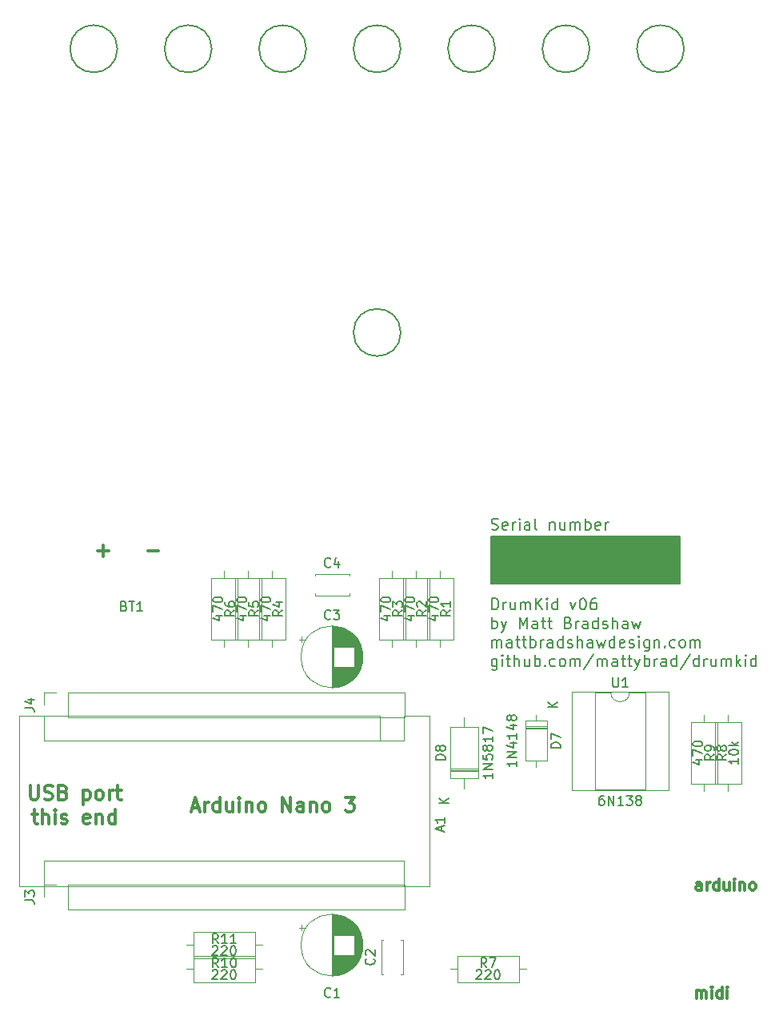
<source format=gbr>
G04 #@! TF.GenerationSoftware,KiCad,Pcbnew,(5.0.1)-3*
G04 #@! TF.CreationDate,2020-03-25T14:52:38+00:00*
G04 #@! TF.ProjectId,drumkid,6472756D6B69642E6B696361645F7063,rev?*
G04 #@! TF.SameCoordinates,Original*
G04 #@! TF.FileFunction,Legend,Top*
G04 #@! TF.FilePolarity,Positive*
%FSLAX46Y46*%
G04 Gerber Fmt 4.6, Leading zero omitted, Abs format (unit mm)*
G04 Created by KiCad (PCBNEW (5.0.1)-3) date 25/03/2020 14:52:38*
%MOMM*%
%LPD*%
G01*
G04 APERTURE LIST*
%ADD10C,0.200000*%
%ADD11C,0.300000*%
%ADD12C,0.150000*%
%ADD13C,0.120000*%
G04 APERTURE END LIST*
D10*
X123968095Y-128992380D02*
X123777619Y-128992380D01*
X123682380Y-129040000D01*
X123634761Y-129087619D01*
X123539523Y-129230476D01*
X123491904Y-129420952D01*
X123491904Y-129801904D01*
X123539523Y-129897142D01*
X123587142Y-129944761D01*
X123682380Y-129992380D01*
X123872857Y-129992380D01*
X123968095Y-129944761D01*
X124015714Y-129897142D01*
X124063333Y-129801904D01*
X124063333Y-129563809D01*
X124015714Y-129468571D01*
X123968095Y-129420952D01*
X123872857Y-129373333D01*
X123682380Y-129373333D01*
X123587142Y-129420952D01*
X123539523Y-129468571D01*
X123491904Y-129563809D01*
X124491904Y-129992380D02*
X124491904Y-128992380D01*
X125063333Y-129992380D01*
X125063333Y-128992380D01*
X126063333Y-129992380D02*
X125491904Y-129992380D01*
X125777619Y-129992380D02*
X125777619Y-128992380D01*
X125682380Y-129135238D01*
X125587142Y-129230476D01*
X125491904Y-129278095D01*
X126396666Y-128992380D02*
X127015714Y-128992380D01*
X126682380Y-129373333D01*
X126825238Y-129373333D01*
X126920476Y-129420952D01*
X126968095Y-129468571D01*
X127015714Y-129563809D01*
X127015714Y-129801904D01*
X126968095Y-129897142D01*
X126920476Y-129944761D01*
X126825238Y-129992380D01*
X126539523Y-129992380D01*
X126444285Y-129944761D01*
X126396666Y-129897142D01*
X127587142Y-129420952D02*
X127491904Y-129373333D01*
X127444285Y-129325714D01*
X127396666Y-129230476D01*
X127396666Y-129182857D01*
X127444285Y-129087619D01*
X127491904Y-129040000D01*
X127587142Y-128992380D01*
X127777619Y-128992380D01*
X127872857Y-129040000D01*
X127920476Y-129087619D01*
X127968095Y-129182857D01*
X127968095Y-129230476D01*
X127920476Y-129325714D01*
X127872857Y-129373333D01*
X127777619Y-129420952D01*
X127587142Y-129420952D01*
X127491904Y-129468571D01*
X127444285Y-129516190D01*
X127396666Y-129611428D01*
X127396666Y-129801904D01*
X127444285Y-129897142D01*
X127491904Y-129944761D01*
X127587142Y-129992380D01*
X127777619Y-129992380D01*
X127872857Y-129944761D01*
X127920476Y-129897142D01*
X127968095Y-129801904D01*
X127968095Y-129611428D01*
X127920476Y-129516190D01*
X127872857Y-129468571D01*
X127777619Y-129420952D01*
X114752380Y-125332857D02*
X114752380Y-125904285D01*
X114752380Y-125618571D02*
X113752380Y-125618571D01*
X113895238Y-125713809D01*
X113990476Y-125809047D01*
X114038095Y-125904285D01*
X114752380Y-124904285D02*
X113752380Y-124904285D01*
X114752380Y-124332857D01*
X113752380Y-124332857D01*
X114085714Y-123428095D02*
X114752380Y-123428095D01*
X113704761Y-123666190D02*
X114419047Y-123904285D01*
X114419047Y-123285238D01*
X114752380Y-122380476D02*
X114752380Y-122951904D01*
X114752380Y-122666190D02*
X113752380Y-122666190D01*
X113895238Y-122761428D01*
X113990476Y-122856666D01*
X114038095Y-122951904D01*
X114085714Y-121523333D02*
X114752380Y-121523333D01*
X113704761Y-121761428D02*
X114419047Y-121999523D01*
X114419047Y-121380476D01*
X114180952Y-120856666D02*
X114133333Y-120951904D01*
X114085714Y-120999523D01*
X113990476Y-121047142D01*
X113942857Y-121047142D01*
X113847619Y-120999523D01*
X113800000Y-120951904D01*
X113752380Y-120856666D01*
X113752380Y-120666190D01*
X113800000Y-120570952D01*
X113847619Y-120523333D01*
X113942857Y-120475714D01*
X113990476Y-120475714D01*
X114085714Y-120523333D01*
X114133333Y-120570952D01*
X114180952Y-120666190D01*
X114180952Y-120856666D01*
X114228571Y-120951904D01*
X114276190Y-120999523D01*
X114371428Y-121047142D01*
X114561904Y-121047142D01*
X114657142Y-120999523D01*
X114704761Y-120951904D01*
X114752380Y-120856666D01*
X114752380Y-120666190D01*
X114704761Y-120570952D01*
X114657142Y-120523333D01*
X114561904Y-120475714D01*
X114371428Y-120475714D01*
X114276190Y-120523333D01*
X114228571Y-120570952D01*
X114180952Y-120666190D01*
X112212380Y-126602857D02*
X112212380Y-127174285D01*
X112212380Y-126888571D02*
X111212380Y-126888571D01*
X111355238Y-126983809D01*
X111450476Y-127079047D01*
X111498095Y-127174285D01*
X112212380Y-126174285D02*
X111212380Y-126174285D01*
X112212380Y-125602857D01*
X111212380Y-125602857D01*
X111212380Y-124650476D02*
X111212380Y-125126666D01*
X111688571Y-125174285D01*
X111640952Y-125126666D01*
X111593333Y-125031428D01*
X111593333Y-124793333D01*
X111640952Y-124698095D01*
X111688571Y-124650476D01*
X111783809Y-124602857D01*
X112021904Y-124602857D01*
X112117142Y-124650476D01*
X112164761Y-124698095D01*
X112212380Y-124793333D01*
X112212380Y-125031428D01*
X112164761Y-125126666D01*
X112117142Y-125174285D01*
X111640952Y-124031428D02*
X111593333Y-124126666D01*
X111545714Y-124174285D01*
X111450476Y-124221904D01*
X111402857Y-124221904D01*
X111307619Y-124174285D01*
X111260000Y-124126666D01*
X111212380Y-124031428D01*
X111212380Y-123840952D01*
X111260000Y-123745714D01*
X111307619Y-123698095D01*
X111402857Y-123650476D01*
X111450476Y-123650476D01*
X111545714Y-123698095D01*
X111593333Y-123745714D01*
X111640952Y-123840952D01*
X111640952Y-124031428D01*
X111688571Y-124126666D01*
X111736190Y-124174285D01*
X111831428Y-124221904D01*
X112021904Y-124221904D01*
X112117142Y-124174285D01*
X112164761Y-124126666D01*
X112212380Y-124031428D01*
X112212380Y-123840952D01*
X112164761Y-123745714D01*
X112117142Y-123698095D01*
X112021904Y-123650476D01*
X111831428Y-123650476D01*
X111736190Y-123698095D01*
X111688571Y-123745714D01*
X111640952Y-123840952D01*
X112212380Y-122698095D02*
X112212380Y-123269523D01*
X112212380Y-122983809D02*
X111212380Y-122983809D01*
X111355238Y-123079047D01*
X111450476Y-123174285D01*
X111498095Y-123269523D01*
X111212380Y-122364761D02*
X111212380Y-121698095D01*
X112212380Y-122126666D01*
D11*
X134345000Y-138972857D02*
X134345000Y-138344285D01*
X134287857Y-138230000D01*
X134173571Y-138172857D01*
X133945000Y-138172857D01*
X133830714Y-138230000D01*
X134345000Y-138915714D02*
X134230714Y-138972857D01*
X133945000Y-138972857D01*
X133830714Y-138915714D01*
X133773571Y-138801428D01*
X133773571Y-138687142D01*
X133830714Y-138572857D01*
X133945000Y-138515714D01*
X134230714Y-138515714D01*
X134345000Y-138458571D01*
X134916428Y-138972857D02*
X134916428Y-138172857D01*
X134916428Y-138401428D02*
X134973571Y-138287142D01*
X135030714Y-138230000D01*
X135145000Y-138172857D01*
X135259285Y-138172857D01*
X136173571Y-138972857D02*
X136173571Y-137772857D01*
X136173571Y-138915714D02*
X136059285Y-138972857D01*
X135830714Y-138972857D01*
X135716428Y-138915714D01*
X135659285Y-138858571D01*
X135602142Y-138744285D01*
X135602142Y-138401428D01*
X135659285Y-138287142D01*
X135716428Y-138230000D01*
X135830714Y-138172857D01*
X136059285Y-138172857D01*
X136173571Y-138230000D01*
X137259285Y-138172857D02*
X137259285Y-138972857D01*
X136745000Y-138172857D02*
X136745000Y-138801428D01*
X136802142Y-138915714D01*
X136916428Y-138972857D01*
X137087857Y-138972857D01*
X137202142Y-138915714D01*
X137259285Y-138858571D01*
X137830714Y-138972857D02*
X137830714Y-138172857D01*
X137830714Y-137772857D02*
X137773571Y-137830000D01*
X137830714Y-137887142D01*
X137887857Y-137830000D01*
X137830714Y-137772857D01*
X137830714Y-137887142D01*
X138402142Y-138172857D02*
X138402142Y-138972857D01*
X138402142Y-138287142D02*
X138459285Y-138230000D01*
X138573571Y-138172857D01*
X138745000Y-138172857D01*
X138859285Y-138230000D01*
X138916428Y-138344285D01*
X138916428Y-138972857D01*
X139659285Y-138972857D02*
X139545000Y-138915714D01*
X139487857Y-138858571D01*
X139430714Y-138744285D01*
X139430714Y-138401428D01*
X139487857Y-138287142D01*
X139545000Y-138230000D01*
X139659285Y-138172857D01*
X139830714Y-138172857D01*
X139945000Y-138230000D01*
X140002142Y-138287142D01*
X140059285Y-138401428D01*
X140059285Y-138744285D01*
X140002142Y-138858571D01*
X139945000Y-138915714D01*
X139830714Y-138972857D01*
X139659285Y-138972857D01*
X133830714Y-150402857D02*
X133830714Y-149602857D01*
X133830714Y-149717142D02*
X133887857Y-149660000D01*
X134002142Y-149602857D01*
X134173571Y-149602857D01*
X134287857Y-149660000D01*
X134345000Y-149774285D01*
X134345000Y-150402857D01*
X134345000Y-149774285D02*
X134402142Y-149660000D01*
X134516428Y-149602857D01*
X134687857Y-149602857D01*
X134802142Y-149660000D01*
X134859285Y-149774285D01*
X134859285Y-150402857D01*
X135430714Y-150402857D02*
X135430714Y-149602857D01*
X135430714Y-149202857D02*
X135373571Y-149260000D01*
X135430714Y-149317142D01*
X135487857Y-149260000D01*
X135430714Y-149202857D01*
X135430714Y-149317142D01*
X136516428Y-150402857D02*
X136516428Y-149202857D01*
X136516428Y-150345714D02*
X136402142Y-150402857D01*
X136173571Y-150402857D01*
X136059285Y-150345714D01*
X136002142Y-150288571D01*
X135945000Y-150174285D01*
X135945000Y-149831428D01*
X136002142Y-149717142D01*
X136059285Y-149660000D01*
X136173571Y-149602857D01*
X136402142Y-149602857D01*
X136516428Y-149660000D01*
X137087857Y-150402857D02*
X137087857Y-149602857D01*
X137087857Y-149202857D02*
X137030714Y-149260000D01*
X137087857Y-149317142D01*
X137145000Y-149260000D01*
X137087857Y-149202857D01*
X137087857Y-149317142D01*
X63285714Y-127903571D02*
X63285714Y-129117857D01*
X63357142Y-129260714D01*
X63428571Y-129332142D01*
X63571428Y-129403571D01*
X63857142Y-129403571D01*
X64000000Y-129332142D01*
X64071428Y-129260714D01*
X64142857Y-129117857D01*
X64142857Y-127903571D01*
X64785714Y-129332142D02*
X65000000Y-129403571D01*
X65357142Y-129403571D01*
X65500000Y-129332142D01*
X65571428Y-129260714D01*
X65642857Y-129117857D01*
X65642857Y-128975000D01*
X65571428Y-128832142D01*
X65500000Y-128760714D01*
X65357142Y-128689285D01*
X65071428Y-128617857D01*
X64928571Y-128546428D01*
X64857142Y-128475000D01*
X64785714Y-128332142D01*
X64785714Y-128189285D01*
X64857142Y-128046428D01*
X64928571Y-127975000D01*
X65071428Y-127903571D01*
X65428571Y-127903571D01*
X65642857Y-127975000D01*
X66785714Y-128617857D02*
X67000000Y-128689285D01*
X67071428Y-128760714D01*
X67142857Y-128903571D01*
X67142857Y-129117857D01*
X67071428Y-129260714D01*
X67000000Y-129332142D01*
X66857142Y-129403571D01*
X66285714Y-129403571D01*
X66285714Y-127903571D01*
X66785714Y-127903571D01*
X66928571Y-127975000D01*
X67000000Y-128046428D01*
X67071428Y-128189285D01*
X67071428Y-128332142D01*
X67000000Y-128475000D01*
X66928571Y-128546428D01*
X66785714Y-128617857D01*
X66285714Y-128617857D01*
X68928571Y-128403571D02*
X68928571Y-129903571D01*
X68928571Y-128475000D02*
X69071428Y-128403571D01*
X69357142Y-128403571D01*
X69500000Y-128475000D01*
X69571428Y-128546428D01*
X69642857Y-128689285D01*
X69642857Y-129117857D01*
X69571428Y-129260714D01*
X69500000Y-129332142D01*
X69357142Y-129403571D01*
X69071428Y-129403571D01*
X68928571Y-129332142D01*
X70500000Y-129403571D02*
X70357142Y-129332142D01*
X70285714Y-129260714D01*
X70214285Y-129117857D01*
X70214285Y-128689285D01*
X70285714Y-128546428D01*
X70357142Y-128475000D01*
X70500000Y-128403571D01*
X70714285Y-128403571D01*
X70857142Y-128475000D01*
X70928571Y-128546428D01*
X71000000Y-128689285D01*
X71000000Y-129117857D01*
X70928571Y-129260714D01*
X70857142Y-129332142D01*
X70714285Y-129403571D01*
X70500000Y-129403571D01*
X71642857Y-129403571D02*
X71642857Y-128403571D01*
X71642857Y-128689285D02*
X71714285Y-128546428D01*
X71785714Y-128475000D01*
X71928571Y-128403571D01*
X72071428Y-128403571D01*
X72357142Y-128403571D02*
X72928571Y-128403571D01*
X72571428Y-127903571D02*
X72571428Y-129189285D01*
X72642857Y-129332142D01*
X72785714Y-129403571D01*
X72928571Y-129403571D01*
X63500000Y-130953571D02*
X64071428Y-130953571D01*
X63714285Y-130453571D02*
X63714285Y-131739285D01*
X63785714Y-131882142D01*
X63928571Y-131953571D01*
X64071428Y-131953571D01*
X64571428Y-131953571D02*
X64571428Y-130453571D01*
X65214285Y-131953571D02*
X65214285Y-131167857D01*
X65142857Y-131025000D01*
X65000000Y-130953571D01*
X64785714Y-130953571D01*
X64642857Y-131025000D01*
X64571428Y-131096428D01*
X65928571Y-131953571D02*
X65928571Y-130953571D01*
X65928571Y-130453571D02*
X65857142Y-130525000D01*
X65928571Y-130596428D01*
X66000000Y-130525000D01*
X65928571Y-130453571D01*
X65928571Y-130596428D01*
X66571428Y-131882142D02*
X66714285Y-131953571D01*
X67000000Y-131953571D01*
X67142857Y-131882142D01*
X67214285Y-131739285D01*
X67214285Y-131667857D01*
X67142857Y-131525000D01*
X67000000Y-131453571D01*
X66785714Y-131453571D01*
X66642857Y-131382142D01*
X66571428Y-131239285D01*
X66571428Y-131167857D01*
X66642857Y-131025000D01*
X66785714Y-130953571D01*
X67000000Y-130953571D01*
X67142857Y-131025000D01*
X69571428Y-131882142D02*
X69428571Y-131953571D01*
X69142857Y-131953571D01*
X69000000Y-131882142D01*
X68928571Y-131739285D01*
X68928571Y-131167857D01*
X69000000Y-131025000D01*
X69142857Y-130953571D01*
X69428571Y-130953571D01*
X69571428Y-131025000D01*
X69642857Y-131167857D01*
X69642857Y-131310714D01*
X68928571Y-131453571D01*
X70285714Y-130953571D02*
X70285714Y-131953571D01*
X70285714Y-131096428D02*
X70357142Y-131025000D01*
X70500000Y-130953571D01*
X70714285Y-130953571D01*
X70857142Y-131025000D01*
X70928571Y-131167857D01*
X70928571Y-131953571D01*
X72285714Y-131953571D02*
X72285714Y-130453571D01*
X72285714Y-131882142D02*
X72142857Y-131953571D01*
X71857142Y-131953571D01*
X71714285Y-131882142D01*
X71642857Y-131810714D01*
X71571428Y-131667857D01*
X71571428Y-131239285D01*
X71642857Y-131096428D01*
X71714285Y-131025000D01*
X71857142Y-130953571D01*
X72142857Y-130953571D01*
X72285714Y-131025000D01*
X80428571Y-130250000D02*
X81142857Y-130250000D01*
X80285714Y-130678571D02*
X80785714Y-129178571D01*
X81285714Y-130678571D01*
X81785714Y-130678571D02*
X81785714Y-129678571D01*
X81785714Y-129964285D02*
X81857142Y-129821428D01*
X81928571Y-129750000D01*
X82071428Y-129678571D01*
X82214285Y-129678571D01*
X83357142Y-130678571D02*
X83357142Y-129178571D01*
X83357142Y-130607142D02*
X83214285Y-130678571D01*
X82928571Y-130678571D01*
X82785714Y-130607142D01*
X82714285Y-130535714D01*
X82642857Y-130392857D01*
X82642857Y-129964285D01*
X82714285Y-129821428D01*
X82785714Y-129750000D01*
X82928571Y-129678571D01*
X83214285Y-129678571D01*
X83357142Y-129750000D01*
X84714285Y-129678571D02*
X84714285Y-130678571D01*
X84071428Y-129678571D02*
X84071428Y-130464285D01*
X84142857Y-130607142D01*
X84285714Y-130678571D01*
X84499999Y-130678571D01*
X84642857Y-130607142D01*
X84714285Y-130535714D01*
X85428571Y-130678571D02*
X85428571Y-129678571D01*
X85428571Y-129178571D02*
X85357142Y-129250000D01*
X85428571Y-129321428D01*
X85499999Y-129250000D01*
X85428571Y-129178571D01*
X85428571Y-129321428D01*
X86142857Y-129678571D02*
X86142857Y-130678571D01*
X86142857Y-129821428D02*
X86214285Y-129750000D01*
X86357142Y-129678571D01*
X86571428Y-129678571D01*
X86714285Y-129750000D01*
X86785714Y-129892857D01*
X86785714Y-130678571D01*
X87714285Y-130678571D02*
X87571428Y-130607142D01*
X87500000Y-130535714D01*
X87428571Y-130392857D01*
X87428571Y-129964285D01*
X87500000Y-129821428D01*
X87571428Y-129750000D01*
X87714285Y-129678571D01*
X87928571Y-129678571D01*
X88071428Y-129750000D01*
X88142857Y-129821428D01*
X88214285Y-129964285D01*
X88214285Y-130392857D01*
X88142857Y-130535714D01*
X88071428Y-130607142D01*
X87928571Y-130678571D01*
X87714285Y-130678571D01*
X89999999Y-130678571D02*
X89999999Y-129178571D01*
X90857142Y-130678571D01*
X90857142Y-129178571D01*
X92214285Y-130678571D02*
X92214285Y-129892857D01*
X92142857Y-129750000D01*
X91999999Y-129678571D01*
X91714285Y-129678571D01*
X91571428Y-129750000D01*
X92214285Y-130607142D02*
X92071428Y-130678571D01*
X91714285Y-130678571D01*
X91571428Y-130607142D01*
X91499999Y-130464285D01*
X91499999Y-130321428D01*
X91571428Y-130178571D01*
X91714285Y-130107142D01*
X92071428Y-130107142D01*
X92214285Y-130035714D01*
X92928571Y-129678571D02*
X92928571Y-130678571D01*
X92928571Y-129821428D02*
X92999999Y-129750000D01*
X93142857Y-129678571D01*
X93357142Y-129678571D01*
X93499999Y-129750000D01*
X93571428Y-129892857D01*
X93571428Y-130678571D01*
X94499999Y-130678571D02*
X94357142Y-130607142D01*
X94285714Y-130535714D01*
X94214285Y-130392857D01*
X94214285Y-129964285D01*
X94285714Y-129821428D01*
X94357142Y-129750000D01*
X94499999Y-129678571D01*
X94714285Y-129678571D01*
X94857142Y-129750000D01*
X94928571Y-129821428D01*
X94999999Y-129964285D01*
X94999999Y-130392857D01*
X94928571Y-130535714D01*
X94857142Y-130607142D01*
X94714285Y-130678571D01*
X94499999Y-130678571D01*
X96642857Y-129178571D02*
X97571428Y-129178571D01*
X97071428Y-129750000D01*
X97285714Y-129750000D01*
X97428571Y-129821428D01*
X97499999Y-129892857D01*
X97571428Y-130035714D01*
X97571428Y-130392857D01*
X97499999Y-130535714D01*
X97428571Y-130607142D01*
X97285714Y-130678571D01*
X96857142Y-130678571D01*
X96714285Y-130607142D01*
X96642857Y-130535714D01*
X70445714Y-103107142D02*
X71588571Y-103107142D01*
X71017142Y-103678571D02*
X71017142Y-102535714D01*
X75731428Y-103107142D02*
X76874285Y-103107142D01*
D10*
X112175714Y-109302857D02*
X112175714Y-108102857D01*
X112461428Y-108102857D01*
X112632857Y-108160000D01*
X112747142Y-108274285D01*
X112804285Y-108388571D01*
X112861428Y-108617142D01*
X112861428Y-108788571D01*
X112804285Y-109017142D01*
X112747142Y-109131428D01*
X112632857Y-109245714D01*
X112461428Y-109302857D01*
X112175714Y-109302857D01*
X113375714Y-109302857D02*
X113375714Y-108502857D01*
X113375714Y-108731428D02*
X113432857Y-108617142D01*
X113490000Y-108560000D01*
X113604285Y-108502857D01*
X113718571Y-108502857D01*
X114632857Y-108502857D02*
X114632857Y-109302857D01*
X114118571Y-108502857D02*
X114118571Y-109131428D01*
X114175714Y-109245714D01*
X114290000Y-109302857D01*
X114461428Y-109302857D01*
X114575714Y-109245714D01*
X114632857Y-109188571D01*
X115204285Y-109302857D02*
X115204285Y-108502857D01*
X115204285Y-108617142D02*
X115261428Y-108560000D01*
X115375714Y-108502857D01*
X115547142Y-108502857D01*
X115661428Y-108560000D01*
X115718571Y-108674285D01*
X115718571Y-109302857D01*
X115718571Y-108674285D02*
X115775714Y-108560000D01*
X115890000Y-108502857D01*
X116061428Y-108502857D01*
X116175714Y-108560000D01*
X116232857Y-108674285D01*
X116232857Y-109302857D01*
X116804285Y-109302857D02*
X116804285Y-108102857D01*
X117490000Y-109302857D02*
X116975714Y-108617142D01*
X117490000Y-108102857D02*
X116804285Y-108788571D01*
X118004285Y-109302857D02*
X118004285Y-108502857D01*
X118004285Y-108102857D02*
X117947142Y-108160000D01*
X118004285Y-108217142D01*
X118061428Y-108160000D01*
X118004285Y-108102857D01*
X118004285Y-108217142D01*
X119090000Y-109302857D02*
X119090000Y-108102857D01*
X119090000Y-109245714D02*
X118975714Y-109302857D01*
X118747142Y-109302857D01*
X118632857Y-109245714D01*
X118575714Y-109188571D01*
X118518571Y-109074285D01*
X118518571Y-108731428D01*
X118575714Y-108617142D01*
X118632857Y-108560000D01*
X118747142Y-108502857D01*
X118975714Y-108502857D01*
X119090000Y-108560000D01*
X120461428Y-108502857D02*
X120747142Y-109302857D01*
X121032857Y-108502857D01*
X121718571Y-108102857D02*
X121832857Y-108102857D01*
X121947142Y-108160000D01*
X122004285Y-108217142D01*
X122061428Y-108331428D01*
X122118571Y-108560000D01*
X122118571Y-108845714D01*
X122061428Y-109074285D01*
X122004285Y-109188571D01*
X121947142Y-109245714D01*
X121832857Y-109302857D01*
X121718571Y-109302857D01*
X121604285Y-109245714D01*
X121547142Y-109188571D01*
X121490000Y-109074285D01*
X121432857Y-108845714D01*
X121432857Y-108560000D01*
X121490000Y-108331428D01*
X121547142Y-108217142D01*
X121604285Y-108160000D01*
X121718571Y-108102857D01*
X123147142Y-108102857D02*
X122918571Y-108102857D01*
X122804285Y-108160000D01*
X122747142Y-108217142D01*
X122632857Y-108388571D01*
X122575714Y-108617142D01*
X122575714Y-109074285D01*
X122632857Y-109188571D01*
X122690000Y-109245714D01*
X122804285Y-109302857D01*
X123032857Y-109302857D01*
X123147142Y-109245714D01*
X123204285Y-109188571D01*
X123261428Y-109074285D01*
X123261428Y-108788571D01*
X123204285Y-108674285D01*
X123147142Y-108617142D01*
X123032857Y-108560000D01*
X122804285Y-108560000D01*
X122690000Y-108617142D01*
X122632857Y-108674285D01*
X122575714Y-108788571D01*
X112175714Y-111302857D02*
X112175714Y-110102857D01*
X112175714Y-110560000D02*
X112290000Y-110502857D01*
X112518571Y-110502857D01*
X112632857Y-110560000D01*
X112690000Y-110617142D01*
X112747142Y-110731428D01*
X112747142Y-111074285D01*
X112690000Y-111188571D01*
X112632857Y-111245714D01*
X112518571Y-111302857D01*
X112290000Y-111302857D01*
X112175714Y-111245714D01*
X113147142Y-110502857D02*
X113432857Y-111302857D01*
X113718571Y-110502857D02*
X113432857Y-111302857D01*
X113318571Y-111588571D01*
X113261428Y-111645714D01*
X113147142Y-111702857D01*
X115090000Y-111302857D02*
X115090000Y-110102857D01*
X115490000Y-110960000D01*
X115890000Y-110102857D01*
X115890000Y-111302857D01*
X116975714Y-111302857D02*
X116975714Y-110674285D01*
X116918571Y-110560000D01*
X116804285Y-110502857D01*
X116575714Y-110502857D01*
X116461428Y-110560000D01*
X116975714Y-111245714D02*
X116861428Y-111302857D01*
X116575714Y-111302857D01*
X116461428Y-111245714D01*
X116404285Y-111131428D01*
X116404285Y-111017142D01*
X116461428Y-110902857D01*
X116575714Y-110845714D01*
X116861428Y-110845714D01*
X116975714Y-110788571D01*
X117375714Y-110502857D02*
X117832857Y-110502857D01*
X117547142Y-110102857D02*
X117547142Y-111131428D01*
X117604285Y-111245714D01*
X117718571Y-111302857D01*
X117832857Y-111302857D01*
X118061428Y-110502857D02*
X118518571Y-110502857D01*
X118232857Y-110102857D02*
X118232857Y-111131428D01*
X118290000Y-111245714D01*
X118404285Y-111302857D01*
X118518571Y-111302857D01*
X120232857Y-110674285D02*
X120404285Y-110731428D01*
X120461428Y-110788571D01*
X120518571Y-110902857D01*
X120518571Y-111074285D01*
X120461428Y-111188571D01*
X120404285Y-111245714D01*
X120290000Y-111302857D01*
X119832857Y-111302857D01*
X119832857Y-110102857D01*
X120232857Y-110102857D01*
X120347142Y-110160000D01*
X120404285Y-110217142D01*
X120461428Y-110331428D01*
X120461428Y-110445714D01*
X120404285Y-110560000D01*
X120347142Y-110617142D01*
X120232857Y-110674285D01*
X119832857Y-110674285D01*
X121032857Y-111302857D02*
X121032857Y-110502857D01*
X121032857Y-110731428D02*
X121090000Y-110617142D01*
X121147142Y-110560000D01*
X121261428Y-110502857D01*
X121375714Y-110502857D01*
X122290000Y-111302857D02*
X122290000Y-110674285D01*
X122232857Y-110560000D01*
X122118571Y-110502857D01*
X121890000Y-110502857D01*
X121775714Y-110560000D01*
X122290000Y-111245714D02*
X122175714Y-111302857D01*
X121890000Y-111302857D01*
X121775714Y-111245714D01*
X121718571Y-111131428D01*
X121718571Y-111017142D01*
X121775714Y-110902857D01*
X121890000Y-110845714D01*
X122175714Y-110845714D01*
X122290000Y-110788571D01*
X123375714Y-111302857D02*
X123375714Y-110102857D01*
X123375714Y-111245714D02*
X123261428Y-111302857D01*
X123032857Y-111302857D01*
X122918571Y-111245714D01*
X122861428Y-111188571D01*
X122804285Y-111074285D01*
X122804285Y-110731428D01*
X122861428Y-110617142D01*
X122918571Y-110560000D01*
X123032857Y-110502857D01*
X123261428Y-110502857D01*
X123375714Y-110560000D01*
X123890000Y-111245714D02*
X124004285Y-111302857D01*
X124232857Y-111302857D01*
X124347142Y-111245714D01*
X124404285Y-111131428D01*
X124404285Y-111074285D01*
X124347142Y-110960000D01*
X124232857Y-110902857D01*
X124061428Y-110902857D01*
X123947142Y-110845714D01*
X123890000Y-110731428D01*
X123890000Y-110674285D01*
X123947142Y-110560000D01*
X124061428Y-110502857D01*
X124232857Y-110502857D01*
X124347142Y-110560000D01*
X124918571Y-111302857D02*
X124918571Y-110102857D01*
X125432857Y-111302857D02*
X125432857Y-110674285D01*
X125375714Y-110560000D01*
X125261428Y-110502857D01*
X125090000Y-110502857D01*
X124975714Y-110560000D01*
X124918571Y-110617142D01*
X126518571Y-111302857D02*
X126518571Y-110674285D01*
X126461428Y-110560000D01*
X126347142Y-110502857D01*
X126118571Y-110502857D01*
X126004285Y-110560000D01*
X126518571Y-111245714D02*
X126404285Y-111302857D01*
X126118571Y-111302857D01*
X126004285Y-111245714D01*
X125947142Y-111131428D01*
X125947142Y-111017142D01*
X126004285Y-110902857D01*
X126118571Y-110845714D01*
X126404285Y-110845714D01*
X126518571Y-110788571D01*
X126975714Y-110502857D02*
X127204285Y-111302857D01*
X127432857Y-110731428D01*
X127661428Y-111302857D01*
X127890000Y-110502857D01*
X112175714Y-113302857D02*
X112175714Y-112502857D01*
X112175714Y-112617142D02*
X112232857Y-112560000D01*
X112347142Y-112502857D01*
X112518571Y-112502857D01*
X112632857Y-112560000D01*
X112690000Y-112674285D01*
X112690000Y-113302857D01*
X112690000Y-112674285D02*
X112747142Y-112560000D01*
X112861428Y-112502857D01*
X113032857Y-112502857D01*
X113147142Y-112560000D01*
X113204285Y-112674285D01*
X113204285Y-113302857D01*
X114290000Y-113302857D02*
X114290000Y-112674285D01*
X114232857Y-112560000D01*
X114118571Y-112502857D01*
X113890000Y-112502857D01*
X113775714Y-112560000D01*
X114290000Y-113245714D02*
X114175714Y-113302857D01*
X113890000Y-113302857D01*
X113775714Y-113245714D01*
X113718571Y-113131428D01*
X113718571Y-113017142D01*
X113775714Y-112902857D01*
X113890000Y-112845714D01*
X114175714Y-112845714D01*
X114290000Y-112788571D01*
X114690000Y-112502857D02*
X115147142Y-112502857D01*
X114861428Y-112102857D02*
X114861428Y-113131428D01*
X114918571Y-113245714D01*
X115032857Y-113302857D01*
X115147142Y-113302857D01*
X115375714Y-112502857D02*
X115832857Y-112502857D01*
X115547142Y-112102857D02*
X115547142Y-113131428D01*
X115604285Y-113245714D01*
X115718571Y-113302857D01*
X115832857Y-113302857D01*
X116232857Y-113302857D02*
X116232857Y-112102857D01*
X116232857Y-112560000D02*
X116347142Y-112502857D01*
X116575714Y-112502857D01*
X116690000Y-112560000D01*
X116747142Y-112617142D01*
X116804285Y-112731428D01*
X116804285Y-113074285D01*
X116747142Y-113188571D01*
X116690000Y-113245714D01*
X116575714Y-113302857D01*
X116347142Y-113302857D01*
X116232857Y-113245714D01*
X117318571Y-113302857D02*
X117318571Y-112502857D01*
X117318571Y-112731428D02*
X117375714Y-112617142D01*
X117432857Y-112560000D01*
X117547142Y-112502857D01*
X117661428Y-112502857D01*
X118575714Y-113302857D02*
X118575714Y-112674285D01*
X118518571Y-112560000D01*
X118404285Y-112502857D01*
X118175714Y-112502857D01*
X118061428Y-112560000D01*
X118575714Y-113245714D02*
X118461428Y-113302857D01*
X118175714Y-113302857D01*
X118061428Y-113245714D01*
X118004285Y-113131428D01*
X118004285Y-113017142D01*
X118061428Y-112902857D01*
X118175714Y-112845714D01*
X118461428Y-112845714D01*
X118575714Y-112788571D01*
X119661428Y-113302857D02*
X119661428Y-112102857D01*
X119661428Y-113245714D02*
X119547142Y-113302857D01*
X119318571Y-113302857D01*
X119204285Y-113245714D01*
X119147142Y-113188571D01*
X119090000Y-113074285D01*
X119090000Y-112731428D01*
X119147142Y-112617142D01*
X119204285Y-112560000D01*
X119318571Y-112502857D01*
X119547142Y-112502857D01*
X119661428Y-112560000D01*
X120175714Y-113245714D02*
X120290000Y-113302857D01*
X120518571Y-113302857D01*
X120632857Y-113245714D01*
X120690000Y-113131428D01*
X120690000Y-113074285D01*
X120632857Y-112960000D01*
X120518571Y-112902857D01*
X120347142Y-112902857D01*
X120232857Y-112845714D01*
X120175714Y-112731428D01*
X120175714Y-112674285D01*
X120232857Y-112560000D01*
X120347142Y-112502857D01*
X120518571Y-112502857D01*
X120632857Y-112560000D01*
X121204285Y-113302857D02*
X121204285Y-112102857D01*
X121718571Y-113302857D02*
X121718571Y-112674285D01*
X121661428Y-112560000D01*
X121547142Y-112502857D01*
X121375714Y-112502857D01*
X121261428Y-112560000D01*
X121204285Y-112617142D01*
X122804285Y-113302857D02*
X122804285Y-112674285D01*
X122747142Y-112560000D01*
X122632857Y-112502857D01*
X122404285Y-112502857D01*
X122290000Y-112560000D01*
X122804285Y-113245714D02*
X122690000Y-113302857D01*
X122404285Y-113302857D01*
X122290000Y-113245714D01*
X122232857Y-113131428D01*
X122232857Y-113017142D01*
X122290000Y-112902857D01*
X122404285Y-112845714D01*
X122690000Y-112845714D01*
X122804285Y-112788571D01*
X123261428Y-112502857D02*
X123490000Y-113302857D01*
X123718571Y-112731428D01*
X123947142Y-113302857D01*
X124175714Y-112502857D01*
X125147142Y-113302857D02*
X125147142Y-112102857D01*
X125147142Y-113245714D02*
X125032857Y-113302857D01*
X124804285Y-113302857D01*
X124690000Y-113245714D01*
X124632857Y-113188571D01*
X124575714Y-113074285D01*
X124575714Y-112731428D01*
X124632857Y-112617142D01*
X124690000Y-112560000D01*
X124804285Y-112502857D01*
X125032857Y-112502857D01*
X125147142Y-112560000D01*
X126175714Y-113245714D02*
X126061428Y-113302857D01*
X125832857Y-113302857D01*
X125718571Y-113245714D01*
X125661428Y-113131428D01*
X125661428Y-112674285D01*
X125718571Y-112560000D01*
X125832857Y-112502857D01*
X126061428Y-112502857D01*
X126175714Y-112560000D01*
X126232857Y-112674285D01*
X126232857Y-112788571D01*
X125661428Y-112902857D01*
X126690000Y-113245714D02*
X126804285Y-113302857D01*
X127032857Y-113302857D01*
X127147142Y-113245714D01*
X127204285Y-113131428D01*
X127204285Y-113074285D01*
X127147142Y-112960000D01*
X127032857Y-112902857D01*
X126861428Y-112902857D01*
X126747142Y-112845714D01*
X126690000Y-112731428D01*
X126690000Y-112674285D01*
X126747142Y-112560000D01*
X126861428Y-112502857D01*
X127032857Y-112502857D01*
X127147142Y-112560000D01*
X127718571Y-113302857D02*
X127718571Y-112502857D01*
X127718571Y-112102857D02*
X127661428Y-112160000D01*
X127718571Y-112217142D01*
X127775714Y-112160000D01*
X127718571Y-112102857D01*
X127718571Y-112217142D01*
X128804285Y-112502857D02*
X128804285Y-113474285D01*
X128747142Y-113588571D01*
X128690000Y-113645714D01*
X128575714Y-113702857D01*
X128404285Y-113702857D01*
X128290000Y-113645714D01*
X128804285Y-113245714D02*
X128690000Y-113302857D01*
X128461428Y-113302857D01*
X128347142Y-113245714D01*
X128290000Y-113188571D01*
X128232857Y-113074285D01*
X128232857Y-112731428D01*
X128290000Y-112617142D01*
X128347142Y-112560000D01*
X128461428Y-112502857D01*
X128690000Y-112502857D01*
X128804285Y-112560000D01*
X129375714Y-112502857D02*
X129375714Y-113302857D01*
X129375714Y-112617142D02*
X129432857Y-112560000D01*
X129547142Y-112502857D01*
X129718571Y-112502857D01*
X129832857Y-112560000D01*
X129890000Y-112674285D01*
X129890000Y-113302857D01*
X130461428Y-113188571D02*
X130518571Y-113245714D01*
X130461428Y-113302857D01*
X130404285Y-113245714D01*
X130461428Y-113188571D01*
X130461428Y-113302857D01*
X131547142Y-113245714D02*
X131432857Y-113302857D01*
X131204285Y-113302857D01*
X131090000Y-113245714D01*
X131032857Y-113188571D01*
X130975714Y-113074285D01*
X130975714Y-112731428D01*
X131032857Y-112617142D01*
X131090000Y-112560000D01*
X131204285Y-112502857D01*
X131432857Y-112502857D01*
X131547142Y-112560000D01*
X132232857Y-113302857D02*
X132118571Y-113245714D01*
X132061428Y-113188571D01*
X132004285Y-113074285D01*
X132004285Y-112731428D01*
X132061428Y-112617142D01*
X132118571Y-112560000D01*
X132232857Y-112502857D01*
X132404285Y-112502857D01*
X132518571Y-112560000D01*
X132575714Y-112617142D01*
X132632857Y-112731428D01*
X132632857Y-113074285D01*
X132575714Y-113188571D01*
X132518571Y-113245714D01*
X132404285Y-113302857D01*
X132232857Y-113302857D01*
X133147142Y-113302857D02*
X133147142Y-112502857D01*
X133147142Y-112617142D02*
X133204285Y-112560000D01*
X133318571Y-112502857D01*
X133490000Y-112502857D01*
X133604285Y-112560000D01*
X133661428Y-112674285D01*
X133661428Y-113302857D01*
X133661428Y-112674285D02*
X133718571Y-112560000D01*
X133832857Y-112502857D01*
X134004285Y-112502857D01*
X134118571Y-112560000D01*
X134175714Y-112674285D01*
X134175714Y-113302857D01*
X112690000Y-114502857D02*
X112690000Y-115474285D01*
X112632857Y-115588571D01*
X112575714Y-115645714D01*
X112461428Y-115702857D01*
X112290000Y-115702857D01*
X112175714Y-115645714D01*
X112690000Y-115245714D02*
X112575714Y-115302857D01*
X112347142Y-115302857D01*
X112232857Y-115245714D01*
X112175714Y-115188571D01*
X112118571Y-115074285D01*
X112118571Y-114731428D01*
X112175714Y-114617142D01*
X112232857Y-114560000D01*
X112347142Y-114502857D01*
X112575714Y-114502857D01*
X112690000Y-114560000D01*
X113261428Y-115302857D02*
X113261428Y-114502857D01*
X113261428Y-114102857D02*
X113204285Y-114160000D01*
X113261428Y-114217142D01*
X113318571Y-114160000D01*
X113261428Y-114102857D01*
X113261428Y-114217142D01*
X113661428Y-114502857D02*
X114118571Y-114502857D01*
X113832857Y-114102857D02*
X113832857Y-115131428D01*
X113890000Y-115245714D01*
X114004285Y-115302857D01*
X114118571Y-115302857D01*
X114518571Y-115302857D02*
X114518571Y-114102857D01*
X115032857Y-115302857D02*
X115032857Y-114674285D01*
X114975714Y-114560000D01*
X114861428Y-114502857D01*
X114690000Y-114502857D01*
X114575714Y-114560000D01*
X114518571Y-114617142D01*
X116118571Y-114502857D02*
X116118571Y-115302857D01*
X115604285Y-114502857D02*
X115604285Y-115131428D01*
X115661428Y-115245714D01*
X115775714Y-115302857D01*
X115947142Y-115302857D01*
X116061428Y-115245714D01*
X116118571Y-115188571D01*
X116690000Y-115302857D02*
X116690000Y-114102857D01*
X116690000Y-114560000D02*
X116804285Y-114502857D01*
X117032857Y-114502857D01*
X117147142Y-114560000D01*
X117204285Y-114617142D01*
X117261428Y-114731428D01*
X117261428Y-115074285D01*
X117204285Y-115188571D01*
X117147142Y-115245714D01*
X117032857Y-115302857D01*
X116804285Y-115302857D01*
X116690000Y-115245714D01*
X117775714Y-115188571D02*
X117832857Y-115245714D01*
X117775714Y-115302857D01*
X117718571Y-115245714D01*
X117775714Y-115188571D01*
X117775714Y-115302857D01*
X118861428Y-115245714D02*
X118747142Y-115302857D01*
X118518571Y-115302857D01*
X118404285Y-115245714D01*
X118347142Y-115188571D01*
X118290000Y-115074285D01*
X118290000Y-114731428D01*
X118347142Y-114617142D01*
X118404285Y-114560000D01*
X118518571Y-114502857D01*
X118747142Y-114502857D01*
X118861428Y-114560000D01*
X119547142Y-115302857D02*
X119432857Y-115245714D01*
X119375714Y-115188571D01*
X119318571Y-115074285D01*
X119318571Y-114731428D01*
X119375714Y-114617142D01*
X119432857Y-114560000D01*
X119547142Y-114502857D01*
X119718571Y-114502857D01*
X119832857Y-114560000D01*
X119890000Y-114617142D01*
X119947142Y-114731428D01*
X119947142Y-115074285D01*
X119890000Y-115188571D01*
X119832857Y-115245714D01*
X119718571Y-115302857D01*
X119547142Y-115302857D01*
X120461428Y-115302857D02*
X120461428Y-114502857D01*
X120461428Y-114617142D02*
X120518571Y-114560000D01*
X120632857Y-114502857D01*
X120804285Y-114502857D01*
X120918571Y-114560000D01*
X120975714Y-114674285D01*
X120975714Y-115302857D01*
X120975714Y-114674285D02*
X121032857Y-114560000D01*
X121147142Y-114502857D01*
X121318571Y-114502857D01*
X121432857Y-114560000D01*
X121490000Y-114674285D01*
X121490000Y-115302857D01*
X122918571Y-114045714D02*
X121890000Y-115588571D01*
X123318571Y-115302857D02*
X123318571Y-114502857D01*
X123318571Y-114617142D02*
X123375714Y-114560000D01*
X123490000Y-114502857D01*
X123661428Y-114502857D01*
X123775714Y-114560000D01*
X123832857Y-114674285D01*
X123832857Y-115302857D01*
X123832857Y-114674285D02*
X123890000Y-114560000D01*
X124004285Y-114502857D01*
X124175714Y-114502857D01*
X124290000Y-114560000D01*
X124347142Y-114674285D01*
X124347142Y-115302857D01*
X125432857Y-115302857D02*
X125432857Y-114674285D01*
X125375714Y-114560000D01*
X125261428Y-114502857D01*
X125032857Y-114502857D01*
X124918571Y-114560000D01*
X125432857Y-115245714D02*
X125318571Y-115302857D01*
X125032857Y-115302857D01*
X124918571Y-115245714D01*
X124861428Y-115131428D01*
X124861428Y-115017142D01*
X124918571Y-114902857D01*
X125032857Y-114845714D01*
X125318571Y-114845714D01*
X125432857Y-114788571D01*
X125832857Y-114502857D02*
X126290000Y-114502857D01*
X126004285Y-114102857D02*
X126004285Y-115131428D01*
X126061428Y-115245714D01*
X126175714Y-115302857D01*
X126290000Y-115302857D01*
X126518571Y-114502857D02*
X126975714Y-114502857D01*
X126690000Y-114102857D02*
X126690000Y-115131428D01*
X126747142Y-115245714D01*
X126861428Y-115302857D01*
X126975714Y-115302857D01*
X127261428Y-114502857D02*
X127547142Y-115302857D01*
X127832857Y-114502857D02*
X127547142Y-115302857D01*
X127432857Y-115588571D01*
X127375714Y-115645714D01*
X127261428Y-115702857D01*
X128290000Y-115302857D02*
X128290000Y-114102857D01*
X128290000Y-114560000D02*
X128404285Y-114502857D01*
X128632857Y-114502857D01*
X128747142Y-114560000D01*
X128804285Y-114617142D01*
X128861428Y-114731428D01*
X128861428Y-115074285D01*
X128804285Y-115188571D01*
X128747142Y-115245714D01*
X128632857Y-115302857D01*
X128404285Y-115302857D01*
X128290000Y-115245714D01*
X129375714Y-115302857D02*
X129375714Y-114502857D01*
X129375714Y-114731428D02*
X129432857Y-114617142D01*
X129490000Y-114560000D01*
X129604285Y-114502857D01*
X129718571Y-114502857D01*
X130632857Y-115302857D02*
X130632857Y-114674285D01*
X130575714Y-114560000D01*
X130461428Y-114502857D01*
X130232857Y-114502857D01*
X130118571Y-114560000D01*
X130632857Y-115245714D02*
X130518571Y-115302857D01*
X130232857Y-115302857D01*
X130118571Y-115245714D01*
X130061428Y-115131428D01*
X130061428Y-115017142D01*
X130118571Y-114902857D01*
X130232857Y-114845714D01*
X130518571Y-114845714D01*
X130632857Y-114788571D01*
X131718571Y-115302857D02*
X131718571Y-114102857D01*
X131718571Y-115245714D02*
X131604285Y-115302857D01*
X131375714Y-115302857D01*
X131261428Y-115245714D01*
X131204285Y-115188571D01*
X131147142Y-115074285D01*
X131147142Y-114731428D01*
X131204285Y-114617142D01*
X131261428Y-114560000D01*
X131375714Y-114502857D01*
X131604285Y-114502857D01*
X131718571Y-114560000D01*
X133147142Y-114045714D02*
X132118571Y-115588571D01*
X134061428Y-115302857D02*
X134061428Y-114102857D01*
X134061428Y-115245714D02*
X133947142Y-115302857D01*
X133718571Y-115302857D01*
X133604285Y-115245714D01*
X133547142Y-115188571D01*
X133490000Y-115074285D01*
X133490000Y-114731428D01*
X133547142Y-114617142D01*
X133604285Y-114560000D01*
X133718571Y-114502857D01*
X133947142Y-114502857D01*
X134061428Y-114560000D01*
X134632857Y-115302857D02*
X134632857Y-114502857D01*
X134632857Y-114731428D02*
X134690000Y-114617142D01*
X134747142Y-114560000D01*
X134861428Y-114502857D01*
X134975714Y-114502857D01*
X135890000Y-114502857D02*
X135890000Y-115302857D01*
X135375714Y-114502857D02*
X135375714Y-115131428D01*
X135432857Y-115245714D01*
X135547142Y-115302857D01*
X135718571Y-115302857D01*
X135832857Y-115245714D01*
X135890000Y-115188571D01*
X136461428Y-115302857D02*
X136461428Y-114502857D01*
X136461428Y-114617142D02*
X136518571Y-114560000D01*
X136632857Y-114502857D01*
X136804285Y-114502857D01*
X136918571Y-114560000D01*
X136975714Y-114674285D01*
X136975714Y-115302857D01*
X136975714Y-114674285D02*
X137032857Y-114560000D01*
X137147142Y-114502857D01*
X137318571Y-114502857D01*
X137432857Y-114560000D01*
X137490000Y-114674285D01*
X137490000Y-115302857D01*
X138061428Y-115302857D02*
X138061428Y-114102857D01*
X138175714Y-114845714D02*
X138518571Y-115302857D01*
X138518571Y-114502857D02*
X138061428Y-114960000D01*
X139032857Y-115302857D02*
X139032857Y-114502857D01*
X139032857Y-114102857D02*
X138975714Y-114160000D01*
X139032857Y-114217142D01*
X139090000Y-114160000D01*
X139032857Y-114102857D01*
X139032857Y-114217142D01*
X140118571Y-115302857D02*
X140118571Y-114102857D01*
X140118571Y-115245714D02*
X140004285Y-115302857D01*
X139775714Y-115302857D01*
X139661428Y-115245714D01*
X139604285Y-115188571D01*
X139547142Y-115074285D01*
X139547142Y-114731428D01*
X139604285Y-114617142D01*
X139661428Y-114560000D01*
X139775714Y-114502857D01*
X140004285Y-114502857D01*
X140118571Y-114560000D01*
X112118571Y-100815714D02*
X112290000Y-100872857D01*
X112575714Y-100872857D01*
X112690000Y-100815714D01*
X112747142Y-100758571D01*
X112804285Y-100644285D01*
X112804285Y-100530000D01*
X112747142Y-100415714D01*
X112690000Y-100358571D01*
X112575714Y-100301428D01*
X112347142Y-100244285D01*
X112232857Y-100187142D01*
X112175714Y-100130000D01*
X112118571Y-100015714D01*
X112118571Y-99901428D01*
X112175714Y-99787142D01*
X112232857Y-99730000D01*
X112347142Y-99672857D01*
X112632857Y-99672857D01*
X112804285Y-99730000D01*
X113775714Y-100815714D02*
X113661428Y-100872857D01*
X113432857Y-100872857D01*
X113318571Y-100815714D01*
X113261428Y-100701428D01*
X113261428Y-100244285D01*
X113318571Y-100130000D01*
X113432857Y-100072857D01*
X113661428Y-100072857D01*
X113775714Y-100130000D01*
X113832857Y-100244285D01*
X113832857Y-100358571D01*
X113261428Y-100472857D01*
X114347142Y-100872857D02*
X114347142Y-100072857D01*
X114347142Y-100301428D02*
X114404285Y-100187142D01*
X114461428Y-100130000D01*
X114575714Y-100072857D01*
X114690000Y-100072857D01*
X115090000Y-100872857D02*
X115090000Y-100072857D01*
X115090000Y-99672857D02*
X115032857Y-99730000D01*
X115090000Y-99787142D01*
X115147142Y-99730000D01*
X115090000Y-99672857D01*
X115090000Y-99787142D01*
X116175714Y-100872857D02*
X116175714Y-100244285D01*
X116118571Y-100130000D01*
X116004285Y-100072857D01*
X115775714Y-100072857D01*
X115661428Y-100130000D01*
X116175714Y-100815714D02*
X116061428Y-100872857D01*
X115775714Y-100872857D01*
X115661428Y-100815714D01*
X115604285Y-100701428D01*
X115604285Y-100587142D01*
X115661428Y-100472857D01*
X115775714Y-100415714D01*
X116061428Y-100415714D01*
X116175714Y-100358571D01*
X116918571Y-100872857D02*
X116804285Y-100815714D01*
X116747142Y-100701428D01*
X116747142Y-99672857D01*
X118290000Y-100072857D02*
X118290000Y-100872857D01*
X118290000Y-100187142D02*
X118347142Y-100130000D01*
X118461428Y-100072857D01*
X118632857Y-100072857D01*
X118747142Y-100130000D01*
X118804285Y-100244285D01*
X118804285Y-100872857D01*
X119890000Y-100072857D02*
X119890000Y-100872857D01*
X119375714Y-100072857D02*
X119375714Y-100701428D01*
X119432857Y-100815714D01*
X119547142Y-100872857D01*
X119718571Y-100872857D01*
X119832857Y-100815714D01*
X119890000Y-100758571D01*
X120461428Y-100872857D02*
X120461428Y-100072857D01*
X120461428Y-100187142D02*
X120518571Y-100130000D01*
X120632857Y-100072857D01*
X120804285Y-100072857D01*
X120918571Y-100130000D01*
X120975714Y-100244285D01*
X120975714Y-100872857D01*
X120975714Y-100244285D02*
X121032857Y-100130000D01*
X121147142Y-100072857D01*
X121318571Y-100072857D01*
X121432857Y-100130000D01*
X121490000Y-100244285D01*
X121490000Y-100872857D01*
X122061428Y-100872857D02*
X122061428Y-99672857D01*
X122061428Y-100130000D02*
X122175714Y-100072857D01*
X122404285Y-100072857D01*
X122518571Y-100130000D01*
X122575714Y-100187142D01*
X122632857Y-100301428D01*
X122632857Y-100644285D01*
X122575714Y-100758571D01*
X122518571Y-100815714D01*
X122404285Y-100872857D01*
X122175714Y-100872857D01*
X122061428Y-100815714D01*
X123604285Y-100815714D02*
X123490000Y-100872857D01*
X123261428Y-100872857D01*
X123147142Y-100815714D01*
X123090000Y-100701428D01*
X123090000Y-100244285D01*
X123147142Y-100130000D01*
X123261428Y-100072857D01*
X123490000Y-100072857D01*
X123604285Y-100130000D01*
X123661428Y-100244285D01*
X123661428Y-100358571D01*
X123090000Y-100472857D01*
X124175714Y-100872857D02*
X124175714Y-100072857D01*
X124175714Y-100301428D02*
X124232857Y-100187142D01*
X124290000Y-100130000D01*
X124404285Y-100072857D01*
X124518571Y-100072857D01*
D12*
G36*
X112080000Y-106600000D02*
X132080000Y-106600000D01*
X132080000Y-101600000D01*
X112080000Y-101600000D01*
X112080000Y-106600000D01*
G37*
X112080000Y-106600000D02*
X132080000Y-106600000D01*
X132080000Y-101600000D01*
X112080000Y-101600000D01*
X112080000Y-106600000D01*
D10*
X132500000Y-50000000D02*
G75*
G03X132500000Y-50000000I-2500000J0D01*
G01*
X122500000Y-50000000D02*
G75*
G03X122500000Y-50000000I-2500000J0D01*
G01*
X112500000Y-50000000D02*
G75*
G03X112500000Y-50000000I-2500000J0D01*
G01*
X72500000Y-50000000D02*
G75*
G03X72500000Y-50000000I-2500000J0D01*
G01*
X82500000Y-50000000D02*
G75*
G03X82500000Y-50000000I-2500000J0D01*
G01*
X92500000Y-50000000D02*
G75*
G03X92500000Y-50000000I-2500000J0D01*
G01*
X102500000Y-50000000D02*
G75*
G03X102500000Y-50000000I-2500000J0D01*
G01*
X102500000Y-80000000D02*
G75*
G03X102500000Y-80000000I-2500000J0D01*
G01*
D13*
G04 #@! TO.C,C1*
X92044759Y-142626000D02*
X92044759Y-143256000D01*
X91729759Y-142941000D02*
X92359759Y-142941000D01*
X98471000Y-144378000D02*
X98471000Y-145182000D01*
X98431000Y-144147000D02*
X98431000Y-145413000D01*
X98391000Y-143978000D02*
X98391000Y-145582000D01*
X98351000Y-143840000D02*
X98351000Y-145720000D01*
X98311000Y-143721000D02*
X98311000Y-145839000D01*
X98271000Y-143615000D02*
X98271000Y-145945000D01*
X98231000Y-143518000D02*
X98231000Y-146042000D01*
X98191000Y-143430000D02*
X98191000Y-146130000D01*
X98151000Y-143348000D02*
X98151000Y-146212000D01*
X98111000Y-143271000D02*
X98111000Y-146289000D01*
X98071000Y-143199000D02*
X98071000Y-146361000D01*
X98031000Y-143130000D02*
X98031000Y-146430000D01*
X97991000Y-143066000D02*
X97991000Y-146494000D01*
X97951000Y-143004000D02*
X97951000Y-146556000D01*
X97911000Y-142946000D02*
X97911000Y-146614000D01*
X97871000Y-142890000D02*
X97871000Y-146670000D01*
X97831000Y-142836000D02*
X97831000Y-146724000D01*
X97791000Y-142785000D02*
X97791000Y-146775000D01*
X97751000Y-142736000D02*
X97751000Y-146824000D01*
X97711000Y-142688000D02*
X97711000Y-146872000D01*
X97671000Y-142643000D02*
X97671000Y-146917000D01*
X97631000Y-142598000D02*
X97631000Y-146962000D01*
X97591000Y-142556000D02*
X97591000Y-147004000D01*
X97551000Y-142515000D02*
X97551000Y-147045000D01*
X97511000Y-145820000D02*
X97511000Y-147085000D01*
X97511000Y-142475000D02*
X97511000Y-143740000D01*
X97471000Y-145820000D02*
X97471000Y-147123000D01*
X97471000Y-142437000D02*
X97471000Y-143740000D01*
X97431000Y-145820000D02*
X97431000Y-147160000D01*
X97431000Y-142400000D02*
X97431000Y-143740000D01*
X97391000Y-145820000D02*
X97391000Y-147196000D01*
X97391000Y-142364000D02*
X97391000Y-143740000D01*
X97351000Y-145820000D02*
X97351000Y-147230000D01*
X97351000Y-142330000D02*
X97351000Y-143740000D01*
X97311000Y-145820000D02*
X97311000Y-147264000D01*
X97311000Y-142296000D02*
X97311000Y-143740000D01*
X97271000Y-145820000D02*
X97271000Y-147296000D01*
X97271000Y-142264000D02*
X97271000Y-143740000D01*
X97231000Y-145820000D02*
X97231000Y-147328000D01*
X97231000Y-142232000D02*
X97231000Y-143740000D01*
X97191000Y-145820000D02*
X97191000Y-147358000D01*
X97191000Y-142202000D02*
X97191000Y-143740000D01*
X97151000Y-145820000D02*
X97151000Y-147387000D01*
X97151000Y-142173000D02*
X97151000Y-143740000D01*
X97111000Y-145820000D02*
X97111000Y-147416000D01*
X97111000Y-142144000D02*
X97111000Y-143740000D01*
X97071000Y-145820000D02*
X97071000Y-147444000D01*
X97071000Y-142116000D02*
X97071000Y-143740000D01*
X97031000Y-145820000D02*
X97031000Y-147470000D01*
X97031000Y-142090000D02*
X97031000Y-143740000D01*
X96991000Y-145820000D02*
X96991000Y-147496000D01*
X96991000Y-142064000D02*
X96991000Y-143740000D01*
X96951000Y-145820000D02*
X96951000Y-147522000D01*
X96951000Y-142038000D02*
X96951000Y-143740000D01*
X96911000Y-145820000D02*
X96911000Y-147546000D01*
X96911000Y-142014000D02*
X96911000Y-143740000D01*
X96871000Y-145820000D02*
X96871000Y-147570000D01*
X96871000Y-141990000D02*
X96871000Y-143740000D01*
X96831000Y-145820000D02*
X96831000Y-147592000D01*
X96831000Y-141968000D02*
X96831000Y-143740000D01*
X96791000Y-145820000D02*
X96791000Y-147614000D01*
X96791000Y-141946000D02*
X96791000Y-143740000D01*
X96751000Y-145820000D02*
X96751000Y-147636000D01*
X96751000Y-141924000D02*
X96751000Y-143740000D01*
X96711000Y-145820000D02*
X96711000Y-147656000D01*
X96711000Y-141904000D02*
X96711000Y-143740000D01*
X96671000Y-145820000D02*
X96671000Y-147676000D01*
X96671000Y-141884000D02*
X96671000Y-143740000D01*
X96631000Y-145820000D02*
X96631000Y-147696000D01*
X96631000Y-141864000D02*
X96631000Y-143740000D01*
X96591000Y-145820000D02*
X96591000Y-147714000D01*
X96591000Y-141846000D02*
X96591000Y-143740000D01*
X96551000Y-145820000D02*
X96551000Y-147732000D01*
X96551000Y-141828000D02*
X96551000Y-143740000D01*
X96511000Y-145820000D02*
X96511000Y-147750000D01*
X96511000Y-141810000D02*
X96511000Y-143740000D01*
X96471000Y-145820000D02*
X96471000Y-147766000D01*
X96471000Y-141794000D02*
X96471000Y-143740000D01*
X96431000Y-145820000D02*
X96431000Y-147782000D01*
X96431000Y-141778000D02*
X96431000Y-143740000D01*
X96391000Y-145820000D02*
X96391000Y-147798000D01*
X96391000Y-141762000D02*
X96391000Y-143740000D01*
X96351000Y-145820000D02*
X96351000Y-147813000D01*
X96351000Y-141747000D02*
X96351000Y-143740000D01*
X96311000Y-145820000D02*
X96311000Y-147827000D01*
X96311000Y-141733000D02*
X96311000Y-143740000D01*
X96271000Y-145820000D02*
X96271000Y-147841000D01*
X96271000Y-141719000D02*
X96271000Y-143740000D01*
X96231000Y-145820000D02*
X96231000Y-147854000D01*
X96231000Y-141706000D02*
X96231000Y-143740000D01*
X96191000Y-145820000D02*
X96191000Y-147866000D01*
X96191000Y-141694000D02*
X96191000Y-143740000D01*
X96151000Y-145820000D02*
X96151000Y-147878000D01*
X96151000Y-141682000D02*
X96151000Y-143740000D01*
X96111000Y-145820000D02*
X96111000Y-147890000D01*
X96111000Y-141670000D02*
X96111000Y-143740000D01*
X96071000Y-145820000D02*
X96071000Y-147901000D01*
X96071000Y-141659000D02*
X96071000Y-143740000D01*
X96031000Y-145820000D02*
X96031000Y-147911000D01*
X96031000Y-141649000D02*
X96031000Y-143740000D01*
X95991000Y-145820000D02*
X95991000Y-147921000D01*
X95991000Y-141639000D02*
X95991000Y-143740000D01*
X95951000Y-145820000D02*
X95951000Y-147930000D01*
X95951000Y-141630000D02*
X95951000Y-143740000D01*
X95910000Y-145820000D02*
X95910000Y-147939000D01*
X95910000Y-141621000D02*
X95910000Y-143740000D01*
X95870000Y-145820000D02*
X95870000Y-147947000D01*
X95870000Y-141613000D02*
X95870000Y-143740000D01*
X95830000Y-145820000D02*
X95830000Y-147955000D01*
X95830000Y-141605000D02*
X95830000Y-143740000D01*
X95790000Y-145820000D02*
X95790000Y-147962000D01*
X95790000Y-141598000D02*
X95790000Y-143740000D01*
X95750000Y-145820000D02*
X95750000Y-147969000D01*
X95750000Y-141591000D02*
X95750000Y-143740000D01*
X95710000Y-145820000D02*
X95710000Y-147975000D01*
X95710000Y-141585000D02*
X95710000Y-143740000D01*
X95670000Y-145820000D02*
X95670000Y-147981000D01*
X95670000Y-141579000D02*
X95670000Y-143740000D01*
X95630000Y-145820000D02*
X95630000Y-147986000D01*
X95630000Y-141574000D02*
X95630000Y-143740000D01*
X95590000Y-145820000D02*
X95590000Y-147991000D01*
X95590000Y-141569000D02*
X95590000Y-143740000D01*
X95550000Y-145820000D02*
X95550000Y-147995000D01*
X95550000Y-141565000D02*
X95550000Y-143740000D01*
X95510000Y-145820000D02*
X95510000Y-147998000D01*
X95510000Y-141562000D02*
X95510000Y-143740000D01*
X95470000Y-145820000D02*
X95470000Y-148002000D01*
X95470000Y-141558000D02*
X95470000Y-143740000D01*
X95430000Y-141556000D02*
X95430000Y-148004000D01*
X95390000Y-141553000D02*
X95390000Y-148007000D01*
X95350000Y-141552000D02*
X95350000Y-148008000D01*
X95310000Y-141550000D02*
X95310000Y-148010000D01*
X95270000Y-141550000D02*
X95270000Y-148010000D01*
X95230000Y-141550000D02*
X95230000Y-148010000D01*
X98500000Y-144780000D02*
G75*
G03X98500000Y-144780000I-3270000J0D01*
G01*
G04 #@! TO.C,C3*
X98500000Y-114300000D02*
G75*
G03X98500000Y-114300000I-3270000J0D01*
G01*
X95230000Y-111070000D02*
X95230000Y-117530000D01*
X95270000Y-111070000D02*
X95270000Y-117530000D01*
X95310000Y-111070000D02*
X95310000Y-117530000D01*
X95350000Y-111072000D02*
X95350000Y-117528000D01*
X95390000Y-111073000D02*
X95390000Y-117527000D01*
X95430000Y-111076000D02*
X95430000Y-117524000D01*
X95470000Y-111078000D02*
X95470000Y-113260000D01*
X95470000Y-115340000D02*
X95470000Y-117522000D01*
X95510000Y-111082000D02*
X95510000Y-113260000D01*
X95510000Y-115340000D02*
X95510000Y-117518000D01*
X95550000Y-111085000D02*
X95550000Y-113260000D01*
X95550000Y-115340000D02*
X95550000Y-117515000D01*
X95590000Y-111089000D02*
X95590000Y-113260000D01*
X95590000Y-115340000D02*
X95590000Y-117511000D01*
X95630000Y-111094000D02*
X95630000Y-113260000D01*
X95630000Y-115340000D02*
X95630000Y-117506000D01*
X95670000Y-111099000D02*
X95670000Y-113260000D01*
X95670000Y-115340000D02*
X95670000Y-117501000D01*
X95710000Y-111105000D02*
X95710000Y-113260000D01*
X95710000Y-115340000D02*
X95710000Y-117495000D01*
X95750000Y-111111000D02*
X95750000Y-113260000D01*
X95750000Y-115340000D02*
X95750000Y-117489000D01*
X95790000Y-111118000D02*
X95790000Y-113260000D01*
X95790000Y-115340000D02*
X95790000Y-117482000D01*
X95830000Y-111125000D02*
X95830000Y-113260000D01*
X95830000Y-115340000D02*
X95830000Y-117475000D01*
X95870000Y-111133000D02*
X95870000Y-113260000D01*
X95870000Y-115340000D02*
X95870000Y-117467000D01*
X95910000Y-111141000D02*
X95910000Y-113260000D01*
X95910000Y-115340000D02*
X95910000Y-117459000D01*
X95951000Y-111150000D02*
X95951000Y-113260000D01*
X95951000Y-115340000D02*
X95951000Y-117450000D01*
X95991000Y-111159000D02*
X95991000Y-113260000D01*
X95991000Y-115340000D02*
X95991000Y-117441000D01*
X96031000Y-111169000D02*
X96031000Y-113260000D01*
X96031000Y-115340000D02*
X96031000Y-117431000D01*
X96071000Y-111179000D02*
X96071000Y-113260000D01*
X96071000Y-115340000D02*
X96071000Y-117421000D01*
X96111000Y-111190000D02*
X96111000Y-113260000D01*
X96111000Y-115340000D02*
X96111000Y-117410000D01*
X96151000Y-111202000D02*
X96151000Y-113260000D01*
X96151000Y-115340000D02*
X96151000Y-117398000D01*
X96191000Y-111214000D02*
X96191000Y-113260000D01*
X96191000Y-115340000D02*
X96191000Y-117386000D01*
X96231000Y-111226000D02*
X96231000Y-113260000D01*
X96231000Y-115340000D02*
X96231000Y-117374000D01*
X96271000Y-111239000D02*
X96271000Y-113260000D01*
X96271000Y-115340000D02*
X96271000Y-117361000D01*
X96311000Y-111253000D02*
X96311000Y-113260000D01*
X96311000Y-115340000D02*
X96311000Y-117347000D01*
X96351000Y-111267000D02*
X96351000Y-113260000D01*
X96351000Y-115340000D02*
X96351000Y-117333000D01*
X96391000Y-111282000D02*
X96391000Y-113260000D01*
X96391000Y-115340000D02*
X96391000Y-117318000D01*
X96431000Y-111298000D02*
X96431000Y-113260000D01*
X96431000Y-115340000D02*
X96431000Y-117302000D01*
X96471000Y-111314000D02*
X96471000Y-113260000D01*
X96471000Y-115340000D02*
X96471000Y-117286000D01*
X96511000Y-111330000D02*
X96511000Y-113260000D01*
X96511000Y-115340000D02*
X96511000Y-117270000D01*
X96551000Y-111348000D02*
X96551000Y-113260000D01*
X96551000Y-115340000D02*
X96551000Y-117252000D01*
X96591000Y-111366000D02*
X96591000Y-113260000D01*
X96591000Y-115340000D02*
X96591000Y-117234000D01*
X96631000Y-111384000D02*
X96631000Y-113260000D01*
X96631000Y-115340000D02*
X96631000Y-117216000D01*
X96671000Y-111404000D02*
X96671000Y-113260000D01*
X96671000Y-115340000D02*
X96671000Y-117196000D01*
X96711000Y-111424000D02*
X96711000Y-113260000D01*
X96711000Y-115340000D02*
X96711000Y-117176000D01*
X96751000Y-111444000D02*
X96751000Y-113260000D01*
X96751000Y-115340000D02*
X96751000Y-117156000D01*
X96791000Y-111466000D02*
X96791000Y-113260000D01*
X96791000Y-115340000D02*
X96791000Y-117134000D01*
X96831000Y-111488000D02*
X96831000Y-113260000D01*
X96831000Y-115340000D02*
X96831000Y-117112000D01*
X96871000Y-111510000D02*
X96871000Y-113260000D01*
X96871000Y-115340000D02*
X96871000Y-117090000D01*
X96911000Y-111534000D02*
X96911000Y-113260000D01*
X96911000Y-115340000D02*
X96911000Y-117066000D01*
X96951000Y-111558000D02*
X96951000Y-113260000D01*
X96951000Y-115340000D02*
X96951000Y-117042000D01*
X96991000Y-111584000D02*
X96991000Y-113260000D01*
X96991000Y-115340000D02*
X96991000Y-117016000D01*
X97031000Y-111610000D02*
X97031000Y-113260000D01*
X97031000Y-115340000D02*
X97031000Y-116990000D01*
X97071000Y-111636000D02*
X97071000Y-113260000D01*
X97071000Y-115340000D02*
X97071000Y-116964000D01*
X97111000Y-111664000D02*
X97111000Y-113260000D01*
X97111000Y-115340000D02*
X97111000Y-116936000D01*
X97151000Y-111693000D02*
X97151000Y-113260000D01*
X97151000Y-115340000D02*
X97151000Y-116907000D01*
X97191000Y-111722000D02*
X97191000Y-113260000D01*
X97191000Y-115340000D02*
X97191000Y-116878000D01*
X97231000Y-111752000D02*
X97231000Y-113260000D01*
X97231000Y-115340000D02*
X97231000Y-116848000D01*
X97271000Y-111784000D02*
X97271000Y-113260000D01*
X97271000Y-115340000D02*
X97271000Y-116816000D01*
X97311000Y-111816000D02*
X97311000Y-113260000D01*
X97311000Y-115340000D02*
X97311000Y-116784000D01*
X97351000Y-111850000D02*
X97351000Y-113260000D01*
X97351000Y-115340000D02*
X97351000Y-116750000D01*
X97391000Y-111884000D02*
X97391000Y-113260000D01*
X97391000Y-115340000D02*
X97391000Y-116716000D01*
X97431000Y-111920000D02*
X97431000Y-113260000D01*
X97431000Y-115340000D02*
X97431000Y-116680000D01*
X97471000Y-111957000D02*
X97471000Y-113260000D01*
X97471000Y-115340000D02*
X97471000Y-116643000D01*
X97511000Y-111995000D02*
X97511000Y-113260000D01*
X97511000Y-115340000D02*
X97511000Y-116605000D01*
X97551000Y-112035000D02*
X97551000Y-116565000D01*
X97591000Y-112076000D02*
X97591000Y-116524000D01*
X97631000Y-112118000D02*
X97631000Y-116482000D01*
X97671000Y-112163000D02*
X97671000Y-116437000D01*
X97711000Y-112208000D02*
X97711000Y-116392000D01*
X97751000Y-112256000D02*
X97751000Y-116344000D01*
X97791000Y-112305000D02*
X97791000Y-116295000D01*
X97831000Y-112356000D02*
X97831000Y-116244000D01*
X97871000Y-112410000D02*
X97871000Y-116190000D01*
X97911000Y-112466000D02*
X97911000Y-116134000D01*
X97951000Y-112524000D02*
X97951000Y-116076000D01*
X97991000Y-112586000D02*
X97991000Y-116014000D01*
X98031000Y-112650000D02*
X98031000Y-115950000D01*
X98071000Y-112719000D02*
X98071000Y-115881000D01*
X98111000Y-112791000D02*
X98111000Y-115809000D01*
X98151000Y-112868000D02*
X98151000Y-115732000D01*
X98191000Y-112950000D02*
X98191000Y-115650000D01*
X98231000Y-113038000D02*
X98231000Y-115562000D01*
X98271000Y-113135000D02*
X98271000Y-115465000D01*
X98311000Y-113241000D02*
X98311000Y-115359000D01*
X98351000Y-113360000D02*
X98351000Y-115240000D01*
X98391000Y-113498000D02*
X98391000Y-115102000D01*
X98431000Y-113667000D02*
X98431000Y-114933000D01*
X98471000Y-113898000D02*
X98471000Y-114702000D01*
X91729759Y-112461000D02*
X92359759Y-112461000D01*
X92044759Y-112146000D02*
X92044759Y-112776000D01*
G04 #@! TO.C,C2*
X102525000Y-144250000D02*
X102770000Y-144250000D01*
X100430000Y-144250000D02*
X100675000Y-144250000D01*
X102525000Y-147890000D02*
X102770000Y-147890000D01*
X100430000Y-147890000D02*
X100675000Y-147890000D01*
X102770000Y-147890000D02*
X102770000Y-144250000D01*
X100430000Y-147890000D02*
X100430000Y-144250000D01*
G04 #@! TO.C,C4*
X93410000Y-105510000D02*
X97050000Y-105510000D01*
X93410000Y-107850000D02*
X97050000Y-107850000D01*
X93410000Y-105510000D02*
X93410000Y-105755000D01*
X93410000Y-107605000D02*
X93410000Y-107850000D01*
X97050000Y-105510000D02*
X97050000Y-105755000D01*
X97050000Y-107605000D02*
X97050000Y-107850000D01*
G04 #@! TO.C,J3*
X64710000Y-139700000D02*
X64710000Y-138370000D01*
X64710000Y-138370000D02*
X66040000Y-138370000D01*
X67310000Y-138370000D02*
X102930000Y-138370000D01*
X102930000Y-141030000D02*
X102930000Y-138370000D01*
X67310000Y-141030000D02*
X102930000Y-141030000D01*
X67310000Y-141030000D02*
X67310000Y-138370000D01*
G04 #@! TO.C,J4*
X67310000Y-120710000D02*
X67310000Y-118050000D01*
X67310000Y-120710000D02*
X102930000Y-120710000D01*
X102930000Y-120710000D02*
X102930000Y-118050000D01*
X67310000Y-118050000D02*
X102930000Y-118050000D01*
X64710000Y-118050000D02*
X66040000Y-118050000D01*
X64710000Y-119380000D02*
X64710000Y-118050000D01*
G04 #@! TO.C,D7*
X117960000Y-121070000D02*
X115720000Y-121070000D01*
X115720000Y-121070000D02*
X115720000Y-125310000D01*
X115720000Y-125310000D02*
X117960000Y-125310000D01*
X117960000Y-125310000D02*
X117960000Y-121070000D01*
X116840000Y-120420000D02*
X116840000Y-121070000D01*
X116840000Y-125960000D02*
X116840000Y-125310000D01*
X117960000Y-121790000D02*
X115720000Y-121790000D01*
X117960000Y-121910000D02*
X115720000Y-121910000D01*
X117960000Y-121670000D02*
X115720000Y-121670000D01*
G04 #@! TO.C,D8*
X107750000Y-127180000D02*
X110690000Y-127180000D01*
X110690000Y-127180000D02*
X110690000Y-121740000D01*
X110690000Y-121740000D02*
X107750000Y-121740000D01*
X107750000Y-121740000D02*
X107750000Y-127180000D01*
X109220000Y-128200000D02*
X109220000Y-127180000D01*
X109220000Y-120720000D02*
X109220000Y-121740000D01*
X107750000Y-126280000D02*
X110690000Y-126280000D01*
X107750000Y-126160000D02*
X110690000Y-126160000D01*
X107750000Y-126400000D02*
X110690000Y-126400000D01*
G04 #@! TO.C,A1*
X100330000Y-123190000D02*
X102870000Y-123190000D01*
X102870000Y-123190000D02*
X102870000Y-120520000D01*
X100330000Y-120520000D02*
X62100000Y-120520000D01*
X105540000Y-120520000D02*
X102870000Y-120520000D01*
X102870000Y-135890000D02*
X102870000Y-138560000D01*
X102870000Y-135890000D02*
X64770000Y-135890000D01*
X64770000Y-135890000D02*
X64770000Y-138560000D01*
X100330000Y-123190000D02*
X100330000Y-120520000D01*
X100330000Y-123190000D02*
X64770000Y-123190000D01*
X64770000Y-123190000D02*
X64770000Y-120520000D01*
X62100000Y-120520000D02*
X62100000Y-138560000D01*
X62100000Y-138560000D02*
X105540000Y-138560000D01*
X105540000Y-138560000D02*
X105540000Y-120520000D01*
G04 #@! TO.C,R5*
X86360000Y-113260000D02*
X86360000Y-112490000D01*
X86360000Y-105180000D02*
X86360000Y-105950000D01*
X87730000Y-112490000D02*
X87730000Y-105950000D01*
X84990000Y-112490000D02*
X87730000Y-112490000D01*
X84990000Y-105950000D02*
X84990000Y-112490000D01*
X87730000Y-105950000D02*
X84990000Y-105950000D01*
G04 #@! TO.C,R11*
X87860000Y-144780000D02*
X87090000Y-144780000D01*
X79780000Y-144780000D02*
X80550000Y-144780000D01*
X87090000Y-143410000D02*
X80550000Y-143410000D01*
X87090000Y-146150000D02*
X87090000Y-143410000D01*
X80550000Y-146150000D02*
X87090000Y-146150000D01*
X80550000Y-143410000D02*
X80550000Y-146150000D01*
G04 #@! TO.C,R10*
X80550000Y-145950000D02*
X80550000Y-148690000D01*
X80550000Y-148690000D02*
X87090000Y-148690000D01*
X87090000Y-148690000D02*
X87090000Y-145950000D01*
X87090000Y-145950000D02*
X80550000Y-145950000D01*
X79780000Y-147320000D02*
X80550000Y-147320000D01*
X87860000Y-147320000D02*
X87090000Y-147320000D01*
G04 #@! TO.C,R9*
X134620000Y-128500000D02*
X134620000Y-127730000D01*
X134620000Y-120420000D02*
X134620000Y-121190000D01*
X135990000Y-127730000D02*
X135990000Y-121190000D01*
X133250000Y-127730000D02*
X135990000Y-127730000D01*
X133250000Y-121190000D02*
X133250000Y-127730000D01*
X135990000Y-121190000D02*
X133250000Y-121190000D01*
G04 #@! TO.C,R8*
X135790000Y-127730000D02*
X138530000Y-127730000D01*
X138530000Y-127730000D02*
X138530000Y-121190000D01*
X138530000Y-121190000D02*
X135790000Y-121190000D01*
X135790000Y-121190000D02*
X135790000Y-127730000D01*
X137160000Y-128500000D02*
X137160000Y-127730000D01*
X137160000Y-120420000D02*
X137160000Y-121190000D01*
G04 #@! TO.C,R6*
X83820000Y-113260000D02*
X83820000Y-112490000D01*
X83820000Y-105180000D02*
X83820000Y-105950000D01*
X85190000Y-112490000D02*
X85190000Y-105950000D01*
X82450000Y-112490000D02*
X85190000Y-112490000D01*
X82450000Y-105950000D02*
X82450000Y-112490000D01*
X85190000Y-105950000D02*
X82450000Y-105950000D01*
G04 #@! TO.C,R3*
X102970000Y-105950000D02*
X100230000Y-105950000D01*
X100230000Y-105950000D02*
X100230000Y-112490000D01*
X100230000Y-112490000D02*
X102970000Y-112490000D01*
X102970000Y-112490000D02*
X102970000Y-105950000D01*
X101600000Y-105180000D02*
X101600000Y-105950000D01*
X101600000Y-113260000D02*
X101600000Y-112490000D01*
G04 #@! TO.C,R2*
X104140000Y-113260000D02*
X104140000Y-112490000D01*
X104140000Y-105180000D02*
X104140000Y-105950000D01*
X105510000Y-112490000D02*
X105510000Y-105950000D01*
X102770000Y-112490000D02*
X105510000Y-112490000D01*
X102770000Y-105950000D02*
X102770000Y-112490000D01*
X105510000Y-105950000D02*
X102770000Y-105950000D01*
G04 #@! TO.C,R1*
X108050000Y-105950000D02*
X105310000Y-105950000D01*
X105310000Y-105950000D02*
X105310000Y-112490000D01*
X105310000Y-112490000D02*
X108050000Y-112490000D01*
X108050000Y-112490000D02*
X108050000Y-105950000D01*
X106680000Y-105180000D02*
X106680000Y-105950000D01*
X106680000Y-113260000D02*
X106680000Y-112490000D01*
G04 #@! TO.C,R4*
X90270000Y-105950000D02*
X87530000Y-105950000D01*
X87530000Y-105950000D02*
X87530000Y-112490000D01*
X87530000Y-112490000D02*
X90270000Y-112490000D01*
X90270000Y-112490000D02*
X90270000Y-105950000D01*
X88900000Y-105180000D02*
X88900000Y-105950000D01*
X88900000Y-113260000D02*
X88900000Y-112490000D01*
G04 #@! TO.C,R7*
X115800000Y-147320000D02*
X115030000Y-147320000D01*
X107720000Y-147320000D02*
X108490000Y-147320000D01*
X115030000Y-145950000D02*
X108490000Y-145950000D01*
X115030000Y-148690000D02*
X115030000Y-145950000D01*
X108490000Y-148690000D02*
X115030000Y-148690000D01*
X108490000Y-145950000D02*
X108490000Y-148690000D01*
G04 #@! TO.C,U1*
X126730000Y-118050000D02*
G75*
G02X124730000Y-118050000I-1000000J0D01*
G01*
X124730000Y-118050000D02*
X123080000Y-118050000D01*
X123080000Y-118050000D02*
X123080000Y-128330000D01*
X123080000Y-128330000D02*
X128380000Y-128330000D01*
X128380000Y-128330000D02*
X128380000Y-118050000D01*
X128380000Y-118050000D02*
X126730000Y-118050000D01*
X120590000Y-117990000D02*
X120590000Y-128390000D01*
X120590000Y-128390000D02*
X130870000Y-128390000D01*
X130870000Y-128390000D02*
X130870000Y-117990000D01*
X130870000Y-117990000D02*
X120590000Y-117990000D01*
G04 #@! TO.C,C1*
D12*
X95063333Y-150217142D02*
X95015714Y-150264761D01*
X94872857Y-150312380D01*
X94777619Y-150312380D01*
X94634761Y-150264761D01*
X94539523Y-150169523D01*
X94491904Y-150074285D01*
X94444285Y-149883809D01*
X94444285Y-149740952D01*
X94491904Y-149550476D01*
X94539523Y-149455238D01*
X94634761Y-149360000D01*
X94777619Y-149312380D01*
X94872857Y-149312380D01*
X95015714Y-149360000D01*
X95063333Y-149407619D01*
X96015714Y-150312380D02*
X95444285Y-150312380D01*
X95730000Y-150312380D02*
X95730000Y-149312380D01*
X95634761Y-149455238D01*
X95539523Y-149550476D01*
X95444285Y-149598095D01*
G04 #@! TO.C,C3*
X95063333Y-110257142D02*
X95015714Y-110304761D01*
X94872857Y-110352380D01*
X94777619Y-110352380D01*
X94634761Y-110304761D01*
X94539523Y-110209523D01*
X94491904Y-110114285D01*
X94444285Y-109923809D01*
X94444285Y-109780952D01*
X94491904Y-109590476D01*
X94539523Y-109495238D01*
X94634761Y-109400000D01*
X94777619Y-109352380D01*
X94872857Y-109352380D01*
X95015714Y-109400000D01*
X95063333Y-109447619D01*
X95396666Y-109352380D02*
X96015714Y-109352380D01*
X95682380Y-109733333D01*
X95825238Y-109733333D01*
X95920476Y-109780952D01*
X95968095Y-109828571D01*
X96015714Y-109923809D01*
X96015714Y-110161904D01*
X95968095Y-110257142D01*
X95920476Y-110304761D01*
X95825238Y-110352380D01*
X95539523Y-110352380D01*
X95444285Y-110304761D01*
X95396666Y-110257142D01*
G04 #@! TO.C,C2*
X99657142Y-146236666D02*
X99704761Y-146284285D01*
X99752380Y-146427142D01*
X99752380Y-146522380D01*
X99704761Y-146665238D01*
X99609523Y-146760476D01*
X99514285Y-146808095D01*
X99323809Y-146855714D01*
X99180952Y-146855714D01*
X98990476Y-146808095D01*
X98895238Y-146760476D01*
X98800000Y-146665238D01*
X98752380Y-146522380D01*
X98752380Y-146427142D01*
X98800000Y-146284285D01*
X98847619Y-146236666D01*
X98847619Y-145855714D02*
X98800000Y-145808095D01*
X98752380Y-145712857D01*
X98752380Y-145474761D01*
X98800000Y-145379523D01*
X98847619Y-145331904D01*
X98942857Y-145284285D01*
X99038095Y-145284285D01*
X99180952Y-145331904D01*
X99752380Y-145903333D01*
X99752380Y-145284285D01*
G04 #@! TO.C,C4*
X95063333Y-104737142D02*
X95015714Y-104784761D01*
X94872857Y-104832380D01*
X94777619Y-104832380D01*
X94634761Y-104784761D01*
X94539523Y-104689523D01*
X94491904Y-104594285D01*
X94444285Y-104403809D01*
X94444285Y-104260952D01*
X94491904Y-104070476D01*
X94539523Y-103975238D01*
X94634761Y-103880000D01*
X94777619Y-103832380D01*
X94872857Y-103832380D01*
X95015714Y-103880000D01*
X95063333Y-103927619D01*
X95920476Y-104165714D02*
X95920476Y-104832380D01*
X95682380Y-103784761D02*
X95444285Y-104499047D01*
X96063333Y-104499047D01*
G04 #@! TO.C,J3*
X62722380Y-140033333D02*
X63436666Y-140033333D01*
X63579523Y-140080952D01*
X63674761Y-140176190D01*
X63722380Y-140319047D01*
X63722380Y-140414285D01*
X62722380Y-139652380D02*
X62722380Y-139033333D01*
X63103333Y-139366666D01*
X63103333Y-139223809D01*
X63150952Y-139128571D01*
X63198571Y-139080952D01*
X63293809Y-139033333D01*
X63531904Y-139033333D01*
X63627142Y-139080952D01*
X63674761Y-139128571D01*
X63722380Y-139223809D01*
X63722380Y-139509523D01*
X63674761Y-139604761D01*
X63627142Y-139652380D01*
G04 #@! TO.C,J4*
X62722380Y-119713333D02*
X63436666Y-119713333D01*
X63579523Y-119760952D01*
X63674761Y-119856190D01*
X63722380Y-119999047D01*
X63722380Y-120094285D01*
X63055714Y-118808571D02*
X63722380Y-118808571D01*
X62674761Y-119046666D02*
X63389047Y-119284761D01*
X63389047Y-118665714D01*
G04 #@! TO.C,D7*
X119412380Y-123928095D02*
X118412380Y-123928095D01*
X118412380Y-123690000D01*
X118460000Y-123547142D01*
X118555238Y-123451904D01*
X118650476Y-123404285D01*
X118840952Y-123356666D01*
X118983809Y-123356666D01*
X119174285Y-123404285D01*
X119269523Y-123451904D01*
X119364761Y-123547142D01*
X119412380Y-123690000D01*
X119412380Y-123928095D01*
X118412380Y-123023333D02*
X118412380Y-122356666D01*
X119412380Y-122785238D01*
X119092380Y-119641904D02*
X118092380Y-119641904D01*
X119092380Y-119070476D02*
X118520952Y-119499047D01*
X118092380Y-119070476D02*
X118663809Y-119641904D01*
G04 #@! TO.C,D8*
X107202380Y-125198095D02*
X106202380Y-125198095D01*
X106202380Y-124960000D01*
X106250000Y-124817142D01*
X106345238Y-124721904D01*
X106440476Y-124674285D01*
X106630952Y-124626666D01*
X106773809Y-124626666D01*
X106964285Y-124674285D01*
X107059523Y-124721904D01*
X107154761Y-124817142D01*
X107202380Y-124960000D01*
X107202380Y-125198095D01*
X106630952Y-124055238D02*
X106583333Y-124150476D01*
X106535714Y-124198095D01*
X106440476Y-124245714D01*
X106392857Y-124245714D01*
X106297619Y-124198095D01*
X106250000Y-124150476D01*
X106202380Y-124055238D01*
X106202380Y-123864761D01*
X106250000Y-123769523D01*
X106297619Y-123721904D01*
X106392857Y-123674285D01*
X106440476Y-123674285D01*
X106535714Y-123721904D01*
X106583333Y-123769523D01*
X106630952Y-123864761D01*
X106630952Y-124055238D01*
X106678571Y-124150476D01*
X106726190Y-124198095D01*
X106821428Y-124245714D01*
X107011904Y-124245714D01*
X107107142Y-124198095D01*
X107154761Y-124150476D01*
X107202380Y-124055238D01*
X107202380Y-123864761D01*
X107154761Y-123769523D01*
X107107142Y-123721904D01*
X107011904Y-123674285D01*
X106821428Y-123674285D01*
X106726190Y-123721904D01*
X106678571Y-123769523D01*
X106630952Y-123864761D01*
X107572380Y-129801904D02*
X106572380Y-129801904D01*
X107572380Y-129230476D02*
X107000952Y-129659047D01*
X106572380Y-129230476D02*
X107143809Y-129801904D01*
G04 #@! TO.C,A1*
X106846666Y-132714285D02*
X106846666Y-132238095D01*
X107132380Y-132809523D02*
X106132380Y-132476190D01*
X107132380Y-132142857D01*
X107132380Y-131285714D02*
X107132380Y-131857142D01*
X107132380Y-131571428D02*
X106132380Y-131571428D01*
X106275238Y-131666666D01*
X106370476Y-131761904D01*
X106418095Y-131857142D01*
G04 #@! TO.C,R5*
X87447380Y-109386666D02*
X86971190Y-109720000D01*
X87447380Y-109958095D02*
X86447380Y-109958095D01*
X86447380Y-109577142D01*
X86495000Y-109481904D01*
X86542619Y-109434285D01*
X86637857Y-109386666D01*
X86780714Y-109386666D01*
X86875952Y-109434285D01*
X86923571Y-109481904D01*
X86971190Y-109577142D01*
X86971190Y-109958095D01*
X86447380Y-108481904D02*
X86447380Y-108958095D01*
X86923571Y-109005714D01*
X86875952Y-108958095D01*
X86828333Y-108862857D01*
X86828333Y-108624761D01*
X86875952Y-108529523D01*
X86923571Y-108481904D01*
X87018809Y-108434285D01*
X87256904Y-108434285D01*
X87352142Y-108481904D01*
X87399761Y-108529523D01*
X87447380Y-108624761D01*
X87447380Y-108862857D01*
X87399761Y-108958095D01*
X87352142Y-109005714D01*
X85510714Y-109981904D02*
X86177380Y-109981904D01*
X85129761Y-110220000D02*
X85844047Y-110458095D01*
X85844047Y-109839047D01*
X85177380Y-109553333D02*
X85177380Y-108886666D01*
X86177380Y-109315238D01*
X85177380Y-108315238D02*
X85177380Y-108220000D01*
X85225000Y-108124761D01*
X85272619Y-108077142D01*
X85367857Y-108029523D01*
X85558333Y-107981904D01*
X85796428Y-107981904D01*
X85986904Y-108029523D01*
X86082142Y-108077142D01*
X86129761Y-108124761D01*
X86177380Y-108220000D01*
X86177380Y-108315238D01*
X86129761Y-108410476D01*
X86082142Y-108458095D01*
X85986904Y-108505714D01*
X85796428Y-108553333D01*
X85558333Y-108553333D01*
X85367857Y-108505714D01*
X85272619Y-108458095D01*
X85225000Y-108410476D01*
X85177380Y-108315238D01*
G04 #@! TO.C,R11*
X83177142Y-144597380D02*
X82843809Y-144121190D01*
X82605714Y-144597380D02*
X82605714Y-143597380D01*
X82986666Y-143597380D01*
X83081904Y-143645000D01*
X83129523Y-143692619D01*
X83177142Y-143787857D01*
X83177142Y-143930714D01*
X83129523Y-144025952D01*
X83081904Y-144073571D01*
X82986666Y-144121190D01*
X82605714Y-144121190D01*
X84129523Y-144597380D02*
X83558095Y-144597380D01*
X83843809Y-144597380D02*
X83843809Y-143597380D01*
X83748571Y-143740238D01*
X83653333Y-143835476D01*
X83558095Y-143883095D01*
X85081904Y-144597380D02*
X84510476Y-144597380D01*
X84796190Y-144597380D02*
X84796190Y-143597380D01*
X84700952Y-143740238D01*
X84605714Y-143835476D01*
X84510476Y-143883095D01*
X82581904Y-144962619D02*
X82629523Y-144915000D01*
X82724761Y-144867380D01*
X82962857Y-144867380D01*
X83058095Y-144915000D01*
X83105714Y-144962619D01*
X83153333Y-145057857D01*
X83153333Y-145153095D01*
X83105714Y-145295952D01*
X82534285Y-145867380D01*
X83153333Y-145867380D01*
X83534285Y-144962619D02*
X83581904Y-144915000D01*
X83677142Y-144867380D01*
X83915238Y-144867380D01*
X84010476Y-144915000D01*
X84058095Y-144962619D01*
X84105714Y-145057857D01*
X84105714Y-145153095D01*
X84058095Y-145295952D01*
X83486666Y-145867380D01*
X84105714Y-145867380D01*
X84724761Y-144867380D02*
X84820000Y-144867380D01*
X84915238Y-144915000D01*
X84962857Y-144962619D01*
X85010476Y-145057857D01*
X85058095Y-145248333D01*
X85058095Y-145486428D01*
X85010476Y-145676904D01*
X84962857Y-145772142D01*
X84915238Y-145819761D01*
X84820000Y-145867380D01*
X84724761Y-145867380D01*
X84629523Y-145819761D01*
X84581904Y-145772142D01*
X84534285Y-145676904D01*
X84486666Y-145486428D01*
X84486666Y-145248333D01*
X84534285Y-145057857D01*
X84581904Y-144962619D01*
X84629523Y-144915000D01*
X84724761Y-144867380D01*
G04 #@! TO.C,R10*
X83177142Y-147137380D02*
X82843809Y-146661190D01*
X82605714Y-147137380D02*
X82605714Y-146137380D01*
X82986666Y-146137380D01*
X83081904Y-146185000D01*
X83129523Y-146232619D01*
X83177142Y-146327857D01*
X83177142Y-146470714D01*
X83129523Y-146565952D01*
X83081904Y-146613571D01*
X82986666Y-146661190D01*
X82605714Y-146661190D01*
X84129523Y-147137380D02*
X83558095Y-147137380D01*
X83843809Y-147137380D02*
X83843809Y-146137380D01*
X83748571Y-146280238D01*
X83653333Y-146375476D01*
X83558095Y-146423095D01*
X84748571Y-146137380D02*
X84843809Y-146137380D01*
X84939047Y-146185000D01*
X84986666Y-146232619D01*
X85034285Y-146327857D01*
X85081904Y-146518333D01*
X85081904Y-146756428D01*
X85034285Y-146946904D01*
X84986666Y-147042142D01*
X84939047Y-147089761D01*
X84843809Y-147137380D01*
X84748571Y-147137380D01*
X84653333Y-147089761D01*
X84605714Y-147042142D01*
X84558095Y-146946904D01*
X84510476Y-146756428D01*
X84510476Y-146518333D01*
X84558095Y-146327857D01*
X84605714Y-146232619D01*
X84653333Y-146185000D01*
X84748571Y-146137380D01*
X82581904Y-147502619D02*
X82629523Y-147455000D01*
X82724761Y-147407380D01*
X82962857Y-147407380D01*
X83058095Y-147455000D01*
X83105714Y-147502619D01*
X83153333Y-147597857D01*
X83153333Y-147693095D01*
X83105714Y-147835952D01*
X82534285Y-148407380D01*
X83153333Y-148407380D01*
X83534285Y-147502619D02*
X83581904Y-147455000D01*
X83677142Y-147407380D01*
X83915238Y-147407380D01*
X84010476Y-147455000D01*
X84058095Y-147502619D01*
X84105714Y-147597857D01*
X84105714Y-147693095D01*
X84058095Y-147835952D01*
X83486666Y-148407380D01*
X84105714Y-148407380D01*
X84724761Y-147407380D02*
X84820000Y-147407380D01*
X84915238Y-147455000D01*
X84962857Y-147502619D01*
X85010476Y-147597857D01*
X85058095Y-147788333D01*
X85058095Y-148026428D01*
X85010476Y-148216904D01*
X84962857Y-148312142D01*
X84915238Y-148359761D01*
X84820000Y-148407380D01*
X84724761Y-148407380D01*
X84629523Y-148359761D01*
X84581904Y-148312142D01*
X84534285Y-148216904D01*
X84486666Y-148026428D01*
X84486666Y-147788333D01*
X84534285Y-147597857D01*
X84581904Y-147502619D01*
X84629523Y-147455000D01*
X84724761Y-147407380D01*
G04 #@! TO.C,R9*
X135707380Y-124626666D02*
X135231190Y-124960000D01*
X135707380Y-125198095D02*
X134707380Y-125198095D01*
X134707380Y-124817142D01*
X134755000Y-124721904D01*
X134802619Y-124674285D01*
X134897857Y-124626666D01*
X135040714Y-124626666D01*
X135135952Y-124674285D01*
X135183571Y-124721904D01*
X135231190Y-124817142D01*
X135231190Y-125198095D01*
X135707380Y-124150476D02*
X135707380Y-123960000D01*
X135659761Y-123864761D01*
X135612142Y-123817142D01*
X135469285Y-123721904D01*
X135278809Y-123674285D01*
X134897857Y-123674285D01*
X134802619Y-123721904D01*
X134755000Y-123769523D01*
X134707380Y-123864761D01*
X134707380Y-124055238D01*
X134755000Y-124150476D01*
X134802619Y-124198095D01*
X134897857Y-124245714D01*
X135135952Y-124245714D01*
X135231190Y-124198095D01*
X135278809Y-124150476D01*
X135326428Y-124055238D01*
X135326428Y-123864761D01*
X135278809Y-123769523D01*
X135231190Y-123721904D01*
X135135952Y-123674285D01*
X133770714Y-125221904D02*
X134437380Y-125221904D01*
X133389761Y-125460000D02*
X134104047Y-125698095D01*
X134104047Y-125079047D01*
X133437380Y-124793333D02*
X133437380Y-124126666D01*
X134437380Y-124555238D01*
X133437380Y-123555238D02*
X133437380Y-123460000D01*
X133485000Y-123364761D01*
X133532619Y-123317142D01*
X133627857Y-123269523D01*
X133818333Y-123221904D01*
X134056428Y-123221904D01*
X134246904Y-123269523D01*
X134342142Y-123317142D01*
X134389761Y-123364761D01*
X134437380Y-123460000D01*
X134437380Y-123555238D01*
X134389761Y-123650476D01*
X134342142Y-123698095D01*
X134246904Y-123745714D01*
X134056428Y-123793333D01*
X133818333Y-123793333D01*
X133627857Y-123745714D01*
X133532619Y-123698095D01*
X133485000Y-123650476D01*
X133437380Y-123555238D01*
G04 #@! TO.C,R8*
X136977380Y-124626666D02*
X136501190Y-124960000D01*
X136977380Y-125198095D02*
X135977380Y-125198095D01*
X135977380Y-124817142D01*
X136025000Y-124721904D01*
X136072619Y-124674285D01*
X136167857Y-124626666D01*
X136310714Y-124626666D01*
X136405952Y-124674285D01*
X136453571Y-124721904D01*
X136501190Y-124817142D01*
X136501190Y-125198095D01*
X136405952Y-124055238D02*
X136358333Y-124150476D01*
X136310714Y-124198095D01*
X136215476Y-124245714D01*
X136167857Y-124245714D01*
X136072619Y-124198095D01*
X136025000Y-124150476D01*
X135977380Y-124055238D01*
X135977380Y-123864761D01*
X136025000Y-123769523D01*
X136072619Y-123721904D01*
X136167857Y-123674285D01*
X136215476Y-123674285D01*
X136310714Y-123721904D01*
X136358333Y-123769523D01*
X136405952Y-123864761D01*
X136405952Y-124055238D01*
X136453571Y-124150476D01*
X136501190Y-124198095D01*
X136596428Y-124245714D01*
X136786904Y-124245714D01*
X136882142Y-124198095D01*
X136929761Y-124150476D01*
X136977380Y-124055238D01*
X136977380Y-123864761D01*
X136929761Y-123769523D01*
X136882142Y-123721904D01*
X136786904Y-123674285D01*
X136596428Y-123674285D01*
X136501190Y-123721904D01*
X136453571Y-123769523D01*
X136405952Y-123864761D01*
X138247380Y-125055238D02*
X138247380Y-125626666D01*
X138247380Y-125340952D02*
X137247380Y-125340952D01*
X137390238Y-125436190D01*
X137485476Y-125531428D01*
X137533095Y-125626666D01*
X137247380Y-124436190D02*
X137247380Y-124340952D01*
X137295000Y-124245714D01*
X137342619Y-124198095D01*
X137437857Y-124150476D01*
X137628333Y-124102857D01*
X137866428Y-124102857D01*
X138056904Y-124150476D01*
X138152142Y-124198095D01*
X138199761Y-124245714D01*
X138247380Y-124340952D01*
X138247380Y-124436190D01*
X138199761Y-124531428D01*
X138152142Y-124579047D01*
X138056904Y-124626666D01*
X137866428Y-124674285D01*
X137628333Y-124674285D01*
X137437857Y-124626666D01*
X137342619Y-124579047D01*
X137295000Y-124531428D01*
X137247380Y-124436190D01*
X138247380Y-123674285D02*
X137247380Y-123674285D01*
X137866428Y-123579047D02*
X138247380Y-123293333D01*
X137580714Y-123293333D02*
X137961666Y-123674285D01*
G04 #@! TO.C,R6*
X84907380Y-109386666D02*
X84431190Y-109720000D01*
X84907380Y-109958095D02*
X83907380Y-109958095D01*
X83907380Y-109577142D01*
X83955000Y-109481904D01*
X84002619Y-109434285D01*
X84097857Y-109386666D01*
X84240714Y-109386666D01*
X84335952Y-109434285D01*
X84383571Y-109481904D01*
X84431190Y-109577142D01*
X84431190Y-109958095D01*
X83907380Y-108529523D02*
X83907380Y-108720000D01*
X83955000Y-108815238D01*
X84002619Y-108862857D01*
X84145476Y-108958095D01*
X84335952Y-109005714D01*
X84716904Y-109005714D01*
X84812142Y-108958095D01*
X84859761Y-108910476D01*
X84907380Y-108815238D01*
X84907380Y-108624761D01*
X84859761Y-108529523D01*
X84812142Y-108481904D01*
X84716904Y-108434285D01*
X84478809Y-108434285D01*
X84383571Y-108481904D01*
X84335952Y-108529523D01*
X84288333Y-108624761D01*
X84288333Y-108815238D01*
X84335952Y-108910476D01*
X84383571Y-108958095D01*
X84478809Y-109005714D01*
X82970714Y-109981904D02*
X83637380Y-109981904D01*
X82589761Y-110220000D02*
X83304047Y-110458095D01*
X83304047Y-109839047D01*
X82637380Y-109553333D02*
X82637380Y-108886666D01*
X83637380Y-109315238D01*
X82637380Y-108315238D02*
X82637380Y-108220000D01*
X82685000Y-108124761D01*
X82732619Y-108077142D01*
X82827857Y-108029523D01*
X83018333Y-107981904D01*
X83256428Y-107981904D01*
X83446904Y-108029523D01*
X83542142Y-108077142D01*
X83589761Y-108124761D01*
X83637380Y-108220000D01*
X83637380Y-108315238D01*
X83589761Y-108410476D01*
X83542142Y-108458095D01*
X83446904Y-108505714D01*
X83256428Y-108553333D01*
X83018333Y-108553333D01*
X82827857Y-108505714D01*
X82732619Y-108458095D01*
X82685000Y-108410476D01*
X82637380Y-108315238D01*
G04 #@! TO.C,R3*
X102687380Y-109386666D02*
X102211190Y-109720000D01*
X102687380Y-109958095D02*
X101687380Y-109958095D01*
X101687380Y-109577142D01*
X101735000Y-109481904D01*
X101782619Y-109434285D01*
X101877857Y-109386666D01*
X102020714Y-109386666D01*
X102115952Y-109434285D01*
X102163571Y-109481904D01*
X102211190Y-109577142D01*
X102211190Y-109958095D01*
X101687380Y-109053333D02*
X101687380Y-108434285D01*
X102068333Y-108767619D01*
X102068333Y-108624761D01*
X102115952Y-108529523D01*
X102163571Y-108481904D01*
X102258809Y-108434285D01*
X102496904Y-108434285D01*
X102592142Y-108481904D01*
X102639761Y-108529523D01*
X102687380Y-108624761D01*
X102687380Y-108910476D01*
X102639761Y-109005714D01*
X102592142Y-109053333D01*
X100750714Y-109981904D02*
X101417380Y-109981904D01*
X100369761Y-110220000D02*
X101084047Y-110458095D01*
X101084047Y-109839047D01*
X100417380Y-109553333D02*
X100417380Y-108886666D01*
X101417380Y-109315238D01*
X100417380Y-108315238D02*
X100417380Y-108220000D01*
X100465000Y-108124761D01*
X100512619Y-108077142D01*
X100607857Y-108029523D01*
X100798333Y-107981904D01*
X101036428Y-107981904D01*
X101226904Y-108029523D01*
X101322142Y-108077142D01*
X101369761Y-108124761D01*
X101417380Y-108220000D01*
X101417380Y-108315238D01*
X101369761Y-108410476D01*
X101322142Y-108458095D01*
X101226904Y-108505714D01*
X101036428Y-108553333D01*
X100798333Y-108553333D01*
X100607857Y-108505714D01*
X100512619Y-108458095D01*
X100465000Y-108410476D01*
X100417380Y-108315238D01*
G04 #@! TO.C,R2*
X105227380Y-109386666D02*
X104751190Y-109720000D01*
X105227380Y-109958095D02*
X104227380Y-109958095D01*
X104227380Y-109577142D01*
X104275000Y-109481904D01*
X104322619Y-109434285D01*
X104417857Y-109386666D01*
X104560714Y-109386666D01*
X104655952Y-109434285D01*
X104703571Y-109481904D01*
X104751190Y-109577142D01*
X104751190Y-109958095D01*
X104322619Y-109005714D02*
X104275000Y-108958095D01*
X104227380Y-108862857D01*
X104227380Y-108624761D01*
X104275000Y-108529523D01*
X104322619Y-108481904D01*
X104417857Y-108434285D01*
X104513095Y-108434285D01*
X104655952Y-108481904D01*
X105227380Y-109053333D01*
X105227380Y-108434285D01*
X103290714Y-109981904D02*
X103957380Y-109981904D01*
X102909761Y-110220000D02*
X103624047Y-110458095D01*
X103624047Y-109839047D01*
X102957380Y-109553333D02*
X102957380Y-108886666D01*
X103957380Y-109315238D01*
X102957380Y-108315238D02*
X102957380Y-108220000D01*
X103005000Y-108124761D01*
X103052619Y-108077142D01*
X103147857Y-108029523D01*
X103338333Y-107981904D01*
X103576428Y-107981904D01*
X103766904Y-108029523D01*
X103862142Y-108077142D01*
X103909761Y-108124761D01*
X103957380Y-108220000D01*
X103957380Y-108315238D01*
X103909761Y-108410476D01*
X103862142Y-108458095D01*
X103766904Y-108505714D01*
X103576428Y-108553333D01*
X103338333Y-108553333D01*
X103147857Y-108505714D01*
X103052619Y-108458095D01*
X103005000Y-108410476D01*
X102957380Y-108315238D01*
G04 #@! TO.C,R1*
X107767380Y-109386666D02*
X107291190Y-109720000D01*
X107767380Y-109958095D02*
X106767380Y-109958095D01*
X106767380Y-109577142D01*
X106815000Y-109481904D01*
X106862619Y-109434285D01*
X106957857Y-109386666D01*
X107100714Y-109386666D01*
X107195952Y-109434285D01*
X107243571Y-109481904D01*
X107291190Y-109577142D01*
X107291190Y-109958095D01*
X107767380Y-108434285D02*
X107767380Y-109005714D01*
X107767380Y-108720000D02*
X106767380Y-108720000D01*
X106910238Y-108815238D01*
X107005476Y-108910476D01*
X107053095Y-109005714D01*
X105830714Y-109981904D02*
X106497380Y-109981904D01*
X105449761Y-110220000D02*
X106164047Y-110458095D01*
X106164047Y-109839047D01*
X105497380Y-109553333D02*
X105497380Y-108886666D01*
X106497380Y-109315238D01*
X105497380Y-108315238D02*
X105497380Y-108220000D01*
X105545000Y-108124761D01*
X105592619Y-108077142D01*
X105687857Y-108029523D01*
X105878333Y-107981904D01*
X106116428Y-107981904D01*
X106306904Y-108029523D01*
X106402142Y-108077142D01*
X106449761Y-108124761D01*
X106497380Y-108220000D01*
X106497380Y-108315238D01*
X106449761Y-108410476D01*
X106402142Y-108458095D01*
X106306904Y-108505714D01*
X106116428Y-108553333D01*
X105878333Y-108553333D01*
X105687857Y-108505714D01*
X105592619Y-108458095D01*
X105545000Y-108410476D01*
X105497380Y-108315238D01*
G04 #@! TO.C,R4*
X89987380Y-109386666D02*
X89511190Y-109720000D01*
X89987380Y-109958095D02*
X88987380Y-109958095D01*
X88987380Y-109577142D01*
X89035000Y-109481904D01*
X89082619Y-109434285D01*
X89177857Y-109386666D01*
X89320714Y-109386666D01*
X89415952Y-109434285D01*
X89463571Y-109481904D01*
X89511190Y-109577142D01*
X89511190Y-109958095D01*
X89320714Y-108529523D02*
X89987380Y-108529523D01*
X88939761Y-108767619D02*
X89654047Y-109005714D01*
X89654047Y-108386666D01*
X88050714Y-109981904D02*
X88717380Y-109981904D01*
X87669761Y-110220000D02*
X88384047Y-110458095D01*
X88384047Y-109839047D01*
X87717380Y-109553333D02*
X87717380Y-108886666D01*
X88717380Y-109315238D01*
X87717380Y-108315238D02*
X87717380Y-108220000D01*
X87765000Y-108124761D01*
X87812619Y-108077142D01*
X87907857Y-108029523D01*
X88098333Y-107981904D01*
X88336428Y-107981904D01*
X88526904Y-108029523D01*
X88622142Y-108077142D01*
X88669761Y-108124761D01*
X88717380Y-108220000D01*
X88717380Y-108315238D01*
X88669761Y-108410476D01*
X88622142Y-108458095D01*
X88526904Y-108505714D01*
X88336428Y-108553333D01*
X88098333Y-108553333D01*
X87907857Y-108505714D01*
X87812619Y-108458095D01*
X87765000Y-108410476D01*
X87717380Y-108315238D01*
G04 #@! TO.C,R7*
X111593333Y-147137380D02*
X111260000Y-146661190D01*
X111021904Y-147137380D02*
X111021904Y-146137380D01*
X111402857Y-146137380D01*
X111498095Y-146185000D01*
X111545714Y-146232619D01*
X111593333Y-146327857D01*
X111593333Y-146470714D01*
X111545714Y-146565952D01*
X111498095Y-146613571D01*
X111402857Y-146661190D01*
X111021904Y-146661190D01*
X111926666Y-146137380D02*
X112593333Y-146137380D01*
X112164761Y-147137380D01*
X110521904Y-147502619D02*
X110569523Y-147455000D01*
X110664761Y-147407380D01*
X110902857Y-147407380D01*
X110998095Y-147455000D01*
X111045714Y-147502619D01*
X111093333Y-147597857D01*
X111093333Y-147693095D01*
X111045714Y-147835952D01*
X110474285Y-148407380D01*
X111093333Y-148407380D01*
X111474285Y-147502619D02*
X111521904Y-147455000D01*
X111617142Y-147407380D01*
X111855238Y-147407380D01*
X111950476Y-147455000D01*
X111998095Y-147502619D01*
X112045714Y-147597857D01*
X112045714Y-147693095D01*
X111998095Y-147835952D01*
X111426666Y-148407380D01*
X112045714Y-148407380D01*
X112664761Y-147407380D02*
X112760000Y-147407380D01*
X112855238Y-147455000D01*
X112902857Y-147502619D01*
X112950476Y-147597857D01*
X112998095Y-147788333D01*
X112998095Y-148026428D01*
X112950476Y-148216904D01*
X112902857Y-148312142D01*
X112855238Y-148359761D01*
X112760000Y-148407380D01*
X112664761Y-148407380D01*
X112569523Y-148359761D01*
X112521904Y-148312142D01*
X112474285Y-148216904D01*
X112426666Y-148026428D01*
X112426666Y-147788333D01*
X112474285Y-147597857D01*
X112521904Y-147502619D01*
X112569523Y-147455000D01*
X112664761Y-147407380D01*
G04 #@! TO.C,BT1*
X73214285Y-108928571D02*
X73357142Y-108976190D01*
X73404761Y-109023809D01*
X73452380Y-109119047D01*
X73452380Y-109261904D01*
X73404761Y-109357142D01*
X73357142Y-109404761D01*
X73261904Y-109452380D01*
X72880952Y-109452380D01*
X72880952Y-108452380D01*
X73214285Y-108452380D01*
X73309523Y-108500000D01*
X73357142Y-108547619D01*
X73404761Y-108642857D01*
X73404761Y-108738095D01*
X73357142Y-108833333D01*
X73309523Y-108880952D01*
X73214285Y-108928571D01*
X72880952Y-108928571D01*
X73738095Y-108452380D02*
X74309523Y-108452380D01*
X74023809Y-109452380D02*
X74023809Y-108452380D01*
X75166666Y-109452380D02*
X74595238Y-109452380D01*
X74880952Y-109452380D02*
X74880952Y-108452380D01*
X74785714Y-108595238D01*
X74690476Y-108690476D01*
X74595238Y-108738095D01*
G04 #@! TO.C,U1*
X124968095Y-116502380D02*
X124968095Y-117311904D01*
X125015714Y-117407142D01*
X125063333Y-117454761D01*
X125158571Y-117502380D01*
X125349047Y-117502380D01*
X125444285Y-117454761D01*
X125491904Y-117407142D01*
X125539523Y-117311904D01*
X125539523Y-116502380D01*
X126539523Y-117502380D02*
X125968095Y-117502380D01*
X126253809Y-117502380D02*
X126253809Y-116502380D01*
X126158571Y-116645238D01*
X126063333Y-116740476D01*
X125968095Y-116788095D01*
G04 #@! TD*
M02*

</source>
